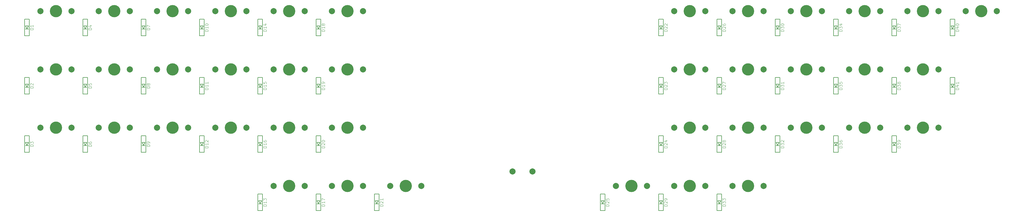
<source format=gbr>
G04 #@! TF.GenerationSoftware,KiCad,Pcbnew,7.0.10*
G04 #@! TF.CreationDate,2024-04-07T15:44:14+09:00*
G04 #@! TF.ProjectId,first_keyboard,66697273-745f-46b6-9579-626f6172642e,rev?*
G04 #@! TF.SameCoordinates,Original*
G04 #@! TF.FileFunction,Legend,Top*
G04 #@! TF.FilePolarity,Positive*
%FSLAX46Y46*%
G04 Gerber Fmt 4.6, Leading zero omitted, Abs format (unit mm)*
G04 Created by KiCad (PCBNEW 7.0.10) date 2024-04-07 15:44:14*
%MOMM*%
%LPD*%
G01*
G04 APERTURE LIST*
%ADD10C,0.125000*%
%ADD11C,0.150000*%
%ADD12C,2.000000*%
%ADD13C,4.000000*%
G04 APERTURE END LIST*
D10*
X254324919Y-160526685D02*
X253324919Y-160526685D01*
X253324919Y-160526685D02*
X253324919Y-160288590D01*
X253324919Y-160288590D02*
X253372538Y-160145733D01*
X253372538Y-160145733D02*
X253467776Y-160050495D01*
X253467776Y-160050495D02*
X253563014Y-160002876D01*
X253563014Y-160002876D02*
X253753490Y-159955257D01*
X253753490Y-159955257D02*
X253896347Y-159955257D01*
X253896347Y-159955257D02*
X254086823Y-160002876D01*
X254086823Y-160002876D02*
X254182061Y-160050495D01*
X254182061Y-160050495D02*
X254277300Y-160145733D01*
X254277300Y-160145733D02*
X254324919Y-160288590D01*
X254324919Y-160288590D02*
X254324919Y-160526685D01*
X253420157Y-159574304D02*
X253372538Y-159526685D01*
X253372538Y-159526685D02*
X253324919Y-159431447D01*
X253324919Y-159431447D02*
X253324919Y-159193352D01*
X253324919Y-159193352D02*
X253372538Y-159098114D01*
X253372538Y-159098114D02*
X253420157Y-159050495D01*
X253420157Y-159050495D02*
X253515395Y-159002876D01*
X253515395Y-159002876D02*
X253610633Y-159002876D01*
X253610633Y-159002876D02*
X253753490Y-159050495D01*
X253753490Y-159050495D02*
X254324919Y-159621923D01*
X254324919Y-159621923D02*
X254324919Y-159002876D01*
X253658252Y-158145733D02*
X254324919Y-158145733D01*
X253277300Y-158383828D02*
X253991585Y-158621923D01*
X253991585Y-158621923D02*
X253991585Y-158002876D01*
X292424919Y-160526685D02*
X291424919Y-160526685D01*
X291424919Y-160526685D02*
X291424919Y-160288590D01*
X291424919Y-160288590D02*
X291472538Y-160145733D01*
X291472538Y-160145733D02*
X291567776Y-160050495D01*
X291567776Y-160050495D02*
X291663014Y-160002876D01*
X291663014Y-160002876D02*
X291853490Y-159955257D01*
X291853490Y-159955257D02*
X291996347Y-159955257D01*
X291996347Y-159955257D02*
X292186823Y-160002876D01*
X292186823Y-160002876D02*
X292282061Y-160050495D01*
X292282061Y-160050495D02*
X292377300Y-160145733D01*
X292377300Y-160145733D02*
X292424919Y-160288590D01*
X292424919Y-160288590D02*
X292424919Y-160526685D01*
X291424919Y-159621923D02*
X291424919Y-159002876D01*
X291424919Y-159002876D02*
X291805871Y-159336209D01*
X291805871Y-159336209D02*
X291805871Y-159193352D01*
X291805871Y-159193352D02*
X291853490Y-159098114D01*
X291853490Y-159098114D02*
X291901109Y-159050495D01*
X291901109Y-159050495D02*
X291996347Y-159002876D01*
X291996347Y-159002876D02*
X292234442Y-159002876D01*
X292234442Y-159002876D02*
X292329680Y-159050495D01*
X292329680Y-159050495D02*
X292377300Y-159098114D01*
X292377300Y-159098114D02*
X292424919Y-159193352D01*
X292424919Y-159193352D02*
X292424919Y-159479066D01*
X292424919Y-159479066D02*
X292377300Y-159574304D01*
X292377300Y-159574304D02*
X292329680Y-159621923D01*
X291520157Y-158621923D02*
X291472538Y-158574304D01*
X291472538Y-158574304D02*
X291424919Y-158479066D01*
X291424919Y-158479066D02*
X291424919Y-158240971D01*
X291424919Y-158240971D02*
X291472538Y-158145733D01*
X291472538Y-158145733D02*
X291520157Y-158098114D01*
X291520157Y-158098114D02*
X291615395Y-158050495D01*
X291615395Y-158050495D02*
X291710633Y-158050495D01*
X291710633Y-158050495D02*
X291853490Y-158098114D01*
X291853490Y-158098114D02*
X292424919Y-158669542D01*
X292424919Y-158669542D02*
X292424919Y-158050495D01*
X85256119Y-160050494D02*
X84256119Y-160050494D01*
X84256119Y-160050494D02*
X84256119Y-159812399D01*
X84256119Y-159812399D02*
X84303738Y-159669542D01*
X84303738Y-159669542D02*
X84398976Y-159574304D01*
X84398976Y-159574304D02*
X84494214Y-159526685D01*
X84494214Y-159526685D02*
X84684690Y-159479066D01*
X84684690Y-159479066D02*
X84827547Y-159479066D01*
X84827547Y-159479066D02*
X85018023Y-159526685D01*
X85018023Y-159526685D02*
X85113261Y-159574304D01*
X85113261Y-159574304D02*
X85208500Y-159669542D01*
X85208500Y-159669542D02*
X85256119Y-159812399D01*
X85256119Y-159812399D02*
X85256119Y-160050494D01*
X85256119Y-159002875D02*
X85256119Y-158812399D01*
X85256119Y-158812399D02*
X85208500Y-158717161D01*
X85208500Y-158717161D02*
X85160880Y-158669542D01*
X85160880Y-158669542D02*
X85018023Y-158574304D01*
X85018023Y-158574304D02*
X84827547Y-158526685D01*
X84827547Y-158526685D02*
X84446595Y-158526685D01*
X84446595Y-158526685D02*
X84351357Y-158574304D01*
X84351357Y-158574304D02*
X84303738Y-158621923D01*
X84303738Y-158621923D02*
X84256119Y-158717161D01*
X84256119Y-158717161D02*
X84256119Y-158907637D01*
X84256119Y-158907637D02*
X84303738Y-159002875D01*
X84303738Y-159002875D02*
X84351357Y-159050494D01*
X84351357Y-159050494D02*
X84446595Y-159098113D01*
X84446595Y-159098113D02*
X84684690Y-159098113D01*
X84684690Y-159098113D02*
X84779928Y-159050494D01*
X84779928Y-159050494D02*
X84827547Y-159002875D01*
X84827547Y-159002875D02*
X84875166Y-158907637D01*
X84875166Y-158907637D02*
X84875166Y-158717161D01*
X84875166Y-158717161D02*
X84827547Y-158621923D01*
X84827547Y-158621923D02*
X84779928Y-158574304D01*
X84779928Y-158574304D02*
X84684690Y-158526685D01*
X273374919Y-122426685D02*
X272374919Y-122426685D01*
X272374919Y-122426685D02*
X272374919Y-122188590D01*
X272374919Y-122188590D02*
X272422538Y-122045733D01*
X272422538Y-122045733D02*
X272517776Y-121950495D01*
X272517776Y-121950495D02*
X272613014Y-121902876D01*
X272613014Y-121902876D02*
X272803490Y-121855257D01*
X272803490Y-121855257D02*
X272946347Y-121855257D01*
X272946347Y-121855257D02*
X273136823Y-121902876D01*
X273136823Y-121902876D02*
X273232061Y-121950495D01*
X273232061Y-121950495D02*
X273327300Y-122045733D01*
X273327300Y-122045733D02*
X273374919Y-122188590D01*
X273374919Y-122188590D02*
X273374919Y-122426685D01*
X272470157Y-121474304D02*
X272422538Y-121426685D01*
X272422538Y-121426685D02*
X272374919Y-121331447D01*
X272374919Y-121331447D02*
X272374919Y-121093352D01*
X272374919Y-121093352D02*
X272422538Y-120998114D01*
X272422538Y-120998114D02*
X272470157Y-120950495D01*
X272470157Y-120950495D02*
X272565395Y-120902876D01*
X272565395Y-120902876D02*
X272660633Y-120902876D01*
X272660633Y-120902876D02*
X272803490Y-120950495D01*
X272803490Y-120950495D02*
X273374919Y-121521923D01*
X273374919Y-121521923D02*
X273374919Y-120902876D01*
X272374919Y-120045733D02*
X272374919Y-120236209D01*
X272374919Y-120236209D02*
X272422538Y-120331447D01*
X272422538Y-120331447D02*
X272470157Y-120379066D01*
X272470157Y-120379066D02*
X272613014Y-120474304D01*
X272613014Y-120474304D02*
X272803490Y-120521923D01*
X272803490Y-120521923D02*
X273184442Y-120521923D01*
X273184442Y-120521923D02*
X273279680Y-120474304D01*
X273279680Y-120474304D02*
X273327300Y-120426685D01*
X273327300Y-120426685D02*
X273374919Y-120331447D01*
X273374919Y-120331447D02*
X273374919Y-120140971D01*
X273374919Y-120140971D02*
X273327300Y-120045733D01*
X273327300Y-120045733D02*
X273279680Y-119998114D01*
X273279680Y-119998114D02*
X273184442Y-119950495D01*
X273184442Y-119950495D02*
X272946347Y-119950495D01*
X272946347Y-119950495D02*
X272851109Y-119998114D01*
X272851109Y-119998114D02*
X272803490Y-120045733D01*
X272803490Y-120045733D02*
X272755871Y-120140971D01*
X272755871Y-120140971D02*
X272755871Y-120331447D01*
X272755871Y-120331447D02*
X272803490Y-120426685D01*
X272803490Y-120426685D02*
X272851109Y-120474304D01*
X272851109Y-120474304D02*
X272946347Y-120521923D01*
X66206119Y-141000494D02*
X65206119Y-141000494D01*
X65206119Y-141000494D02*
X65206119Y-140762399D01*
X65206119Y-140762399D02*
X65253738Y-140619542D01*
X65253738Y-140619542D02*
X65348976Y-140524304D01*
X65348976Y-140524304D02*
X65444214Y-140476685D01*
X65444214Y-140476685D02*
X65634690Y-140429066D01*
X65634690Y-140429066D02*
X65777547Y-140429066D01*
X65777547Y-140429066D02*
X65968023Y-140476685D01*
X65968023Y-140476685D02*
X66063261Y-140524304D01*
X66063261Y-140524304D02*
X66158500Y-140619542D01*
X66158500Y-140619542D02*
X66206119Y-140762399D01*
X66206119Y-140762399D02*
X66206119Y-141000494D01*
X65206119Y-139524304D02*
X65206119Y-140000494D01*
X65206119Y-140000494D02*
X65682309Y-140048113D01*
X65682309Y-140048113D02*
X65634690Y-140000494D01*
X65634690Y-140000494D02*
X65587071Y-139905256D01*
X65587071Y-139905256D02*
X65587071Y-139667161D01*
X65587071Y-139667161D02*
X65634690Y-139571923D01*
X65634690Y-139571923D02*
X65682309Y-139524304D01*
X65682309Y-139524304D02*
X65777547Y-139476685D01*
X65777547Y-139476685D02*
X66015642Y-139476685D01*
X66015642Y-139476685D02*
X66110880Y-139524304D01*
X66110880Y-139524304D02*
X66158500Y-139571923D01*
X66158500Y-139571923D02*
X66206119Y-139667161D01*
X66206119Y-139667161D02*
X66206119Y-139905256D01*
X66206119Y-139905256D02*
X66158500Y-140000494D01*
X66158500Y-140000494D02*
X66110880Y-140048113D01*
X330524919Y-122426685D02*
X329524919Y-122426685D01*
X329524919Y-122426685D02*
X329524919Y-122188590D01*
X329524919Y-122188590D02*
X329572538Y-122045733D01*
X329572538Y-122045733D02*
X329667776Y-121950495D01*
X329667776Y-121950495D02*
X329763014Y-121902876D01*
X329763014Y-121902876D02*
X329953490Y-121855257D01*
X329953490Y-121855257D02*
X330096347Y-121855257D01*
X330096347Y-121855257D02*
X330286823Y-121902876D01*
X330286823Y-121902876D02*
X330382061Y-121950495D01*
X330382061Y-121950495D02*
X330477300Y-122045733D01*
X330477300Y-122045733D02*
X330524919Y-122188590D01*
X330524919Y-122188590D02*
X330524919Y-122426685D01*
X329524919Y-121521923D02*
X329524919Y-120902876D01*
X329524919Y-120902876D02*
X329905871Y-121236209D01*
X329905871Y-121236209D02*
X329905871Y-121093352D01*
X329905871Y-121093352D02*
X329953490Y-120998114D01*
X329953490Y-120998114D02*
X330001109Y-120950495D01*
X330001109Y-120950495D02*
X330096347Y-120902876D01*
X330096347Y-120902876D02*
X330334442Y-120902876D01*
X330334442Y-120902876D02*
X330429680Y-120950495D01*
X330429680Y-120950495D02*
X330477300Y-120998114D01*
X330477300Y-120998114D02*
X330524919Y-121093352D01*
X330524919Y-121093352D02*
X330524919Y-121379066D01*
X330524919Y-121379066D02*
X330477300Y-121474304D01*
X330477300Y-121474304D02*
X330429680Y-121521923D01*
X329524919Y-120569542D02*
X329524919Y-119902876D01*
X329524919Y-119902876D02*
X330524919Y-120331447D01*
X142406119Y-141476685D02*
X141406119Y-141476685D01*
X141406119Y-141476685D02*
X141406119Y-141238590D01*
X141406119Y-141238590D02*
X141453738Y-141095733D01*
X141453738Y-141095733D02*
X141548976Y-141000495D01*
X141548976Y-141000495D02*
X141644214Y-140952876D01*
X141644214Y-140952876D02*
X141834690Y-140905257D01*
X141834690Y-140905257D02*
X141977547Y-140905257D01*
X141977547Y-140905257D02*
X142168023Y-140952876D01*
X142168023Y-140952876D02*
X142263261Y-141000495D01*
X142263261Y-141000495D02*
X142358500Y-141095733D01*
X142358500Y-141095733D02*
X142406119Y-141238590D01*
X142406119Y-141238590D02*
X142406119Y-141476685D01*
X142406119Y-139952876D02*
X142406119Y-140524304D01*
X142406119Y-140238590D02*
X141406119Y-140238590D01*
X141406119Y-140238590D02*
X141548976Y-140333828D01*
X141548976Y-140333828D02*
X141644214Y-140429066D01*
X141644214Y-140429066D02*
X141691833Y-140524304D01*
X142406119Y-139476685D02*
X142406119Y-139286209D01*
X142406119Y-139286209D02*
X142358500Y-139190971D01*
X142358500Y-139190971D02*
X142310880Y-139143352D01*
X142310880Y-139143352D02*
X142168023Y-139048114D01*
X142168023Y-139048114D02*
X141977547Y-139000495D01*
X141977547Y-139000495D02*
X141596595Y-139000495D01*
X141596595Y-139000495D02*
X141501357Y-139048114D01*
X141501357Y-139048114D02*
X141453738Y-139095733D01*
X141453738Y-139095733D02*
X141406119Y-139190971D01*
X141406119Y-139190971D02*
X141406119Y-139381447D01*
X141406119Y-139381447D02*
X141453738Y-139476685D01*
X141453738Y-139476685D02*
X141501357Y-139524304D01*
X141501357Y-139524304D02*
X141596595Y-139571923D01*
X141596595Y-139571923D02*
X141834690Y-139571923D01*
X141834690Y-139571923D02*
X141929928Y-139524304D01*
X141929928Y-139524304D02*
X141977547Y-139476685D01*
X141977547Y-139476685D02*
X142025166Y-139381447D01*
X142025166Y-139381447D02*
X142025166Y-139190971D01*
X142025166Y-139190971D02*
X141977547Y-139095733D01*
X141977547Y-139095733D02*
X141929928Y-139048114D01*
X141929928Y-139048114D02*
X141834690Y-139000495D01*
X123356119Y-160526685D02*
X122356119Y-160526685D01*
X122356119Y-160526685D02*
X122356119Y-160288590D01*
X122356119Y-160288590D02*
X122403738Y-160145733D01*
X122403738Y-160145733D02*
X122498976Y-160050495D01*
X122498976Y-160050495D02*
X122594214Y-160002876D01*
X122594214Y-160002876D02*
X122784690Y-159955257D01*
X122784690Y-159955257D02*
X122927547Y-159955257D01*
X122927547Y-159955257D02*
X123118023Y-160002876D01*
X123118023Y-160002876D02*
X123213261Y-160050495D01*
X123213261Y-160050495D02*
X123308500Y-160145733D01*
X123308500Y-160145733D02*
X123356119Y-160288590D01*
X123356119Y-160288590D02*
X123356119Y-160526685D01*
X123356119Y-159002876D02*
X123356119Y-159574304D01*
X123356119Y-159288590D02*
X122356119Y-159288590D01*
X122356119Y-159288590D02*
X122498976Y-159383828D01*
X122498976Y-159383828D02*
X122594214Y-159479066D01*
X122594214Y-159479066D02*
X122641833Y-159574304D01*
X122356119Y-158145733D02*
X122356119Y-158336209D01*
X122356119Y-158336209D02*
X122403738Y-158431447D01*
X122403738Y-158431447D02*
X122451357Y-158479066D01*
X122451357Y-158479066D02*
X122594214Y-158574304D01*
X122594214Y-158574304D02*
X122784690Y-158621923D01*
X122784690Y-158621923D02*
X123165642Y-158621923D01*
X123165642Y-158621923D02*
X123260880Y-158574304D01*
X123260880Y-158574304D02*
X123308500Y-158526685D01*
X123308500Y-158526685D02*
X123356119Y-158431447D01*
X123356119Y-158431447D02*
X123356119Y-158240971D01*
X123356119Y-158240971D02*
X123308500Y-158145733D01*
X123308500Y-158145733D02*
X123260880Y-158098114D01*
X123260880Y-158098114D02*
X123165642Y-158050495D01*
X123165642Y-158050495D02*
X122927547Y-158050495D01*
X122927547Y-158050495D02*
X122832309Y-158098114D01*
X122832309Y-158098114D02*
X122784690Y-158145733D01*
X122784690Y-158145733D02*
X122737071Y-158240971D01*
X122737071Y-158240971D02*
X122737071Y-158431447D01*
X122737071Y-158431447D02*
X122784690Y-158526685D01*
X122784690Y-158526685D02*
X122832309Y-158574304D01*
X122832309Y-158574304D02*
X122927547Y-158621923D01*
X142406119Y-160526685D02*
X141406119Y-160526685D01*
X141406119Y-160526685D02*
X141406119Y-160288590D01*
X141406119Y-160288590D02*
X141453738Y-160145733D01*
X141453738Y-160145733D02*
X141548976Y-160050495D01*
X141548976Y-160050495D02*
X141644214Y-160002876D01*
X141644214Y-160002876D02*
X141834690Y-159955257D01*
X141834690Y-159955257D02*
X141977547Y-159955257D01*
X141977547Y-159955257D02*
X142168023Y-160002876D01*
X142168023Y-160002876D02*
X142263261Y-160050495D01*
X142263261Y-160050495D02*
X142358500Y-160145733D01*
X142358500Y-160145733D02*
X142406119Y-160288590D01*
X142406119Y-160288590D02*
X142406119Y-160526685D01*
X141501357Y-159574304D02*
X141453738Y-159526685D01*
X141453738Y-159526685D02*
X141406119Y-159431447D01*
X141406119Y-159431447D02*
X141406119Y-159193352D01*
X141406119Y-159193352D02*
X141453738Y-159098114D01*
X141453738Y-159098114D02*
X141501357Y-159050495D01*
X141501357Y-159050495D02*
X141596595Y-159002876D01*
X141596595Y-159002876D02*
X141691833Y-159002876D01*
X141691833Y-159002876D02*
X141834690Y-159050495D01*
X141834690Y-159050495D02*
X142406119Y-159621923D01*
X142406119Y-159621923D02*
X142406119Y-159002876D01*
X141406119Y-158383828D02*
X141406119Y-158288590D01*
X141406119Y-158288590D02*
X141453738Y-158193352D01*
X141453738Y-158193352D02*
X141501357Y-158145733D01*
X141501357Y-158145733D02*
X141596595Y-158098114D01*
X141596595Y-158098114D02*
X141787071Y-158050495D01*
X141787071Y-158050495D02*
X142025166Y-158050495D01*
X142025166Y-158050495D02*
X142215642Y-158098114D01*
X142215642Y-158098114D02*
X142310880Y-158145733D01*
X142310880Y-158145733D02*
X142358500Y-158193352D01*
X142358500Y-158193352D02*
X142406119Y-158288590D01*
X142406119Y-158288590D02*
X142406119Y-158383828D01*
X142406119Y-158383828D02*
X142358500Y-158479066D01*
X142358500Y-158479066D02*
X142310880Y-158526685D01*
X142310880Y-158526685D02*
X142215642Y-158574304D01*
X142215642Y-158574304D02*
X142025166Y-158621923D01*
X142025166Y-158621923D02*
X141787071Y-158621923D01*
X141787071Y-158621923D02*
X141596595Y-158574304D01*
X141596595Y-158574304D02*
X141501357Y-158526685D01*
X141501357Y-158526685D02*
X141453738Y-158479066D01*
X141453738Y-158479066D02*
X141406119Y-158383828D01*
X273374919Y-160526685D02*
X272374919Y-160526685D01*
X272374919Y-160526685D02*
X272374919Y-160288590D01*
X272374919Y-160288590D02*
X272422538Y-160145733D01*
X272422538Y-160145733D02*
X272517776Y-160050495D01*
X272517776Y-160050495D02*
X272613014Y-160002876D01*
X272613014Y-160002876D02*
X272803490Y-159955257D01*
X272803490Y-159955257D02*
X272946347Y-159955257D01*
X272946347Y-159955257D02*
X273136823Y-160002876D01*
X273136823Y-160002876D02*
X273232061Y-160050495D01*
X273232061Y-160050495D02*
X273327300Y-160145733D01*
X273327300Y-160145733D02*
X273374919Y-160288590D01*
X273374919Y-160288590D02*
X273374919Y-160526685D01*
X272470157Y-159574304D02*
X272422538Y-159526685D01*
X272422538Y-159526685D02*
X272374919Y-159431447D01*
X272374919Y-159431447D02*
X272374919Y-159193352D01*
X272374919Y-159193352D02*
X272422538Y-159098114D01*
X272422538Y-159098114D02*
X272470157Y-159050495D01*
X272470157Y-159050495D02*
X272565395Y-159002876D01*
X272565395Y-159002876D02*
X272660633Y-159002876D01*
X272660633Y-159002876D02*
X272803490Y-159050495D01*
X272803490Y-159050495D02*
X273374919Y-159621923D01*
X273374919Y-159621923D02*
X273374919Y-159002876D01*
X272803490Y-158431447D02*
X272755871Y-158526685D01*
X272755871Y-158526685D02*
X272708252Y-158574304D01*
X272708252Y-158574304D02*
X272613014Y-158621923D01*
X272613014Y-158621923D02*
X272565395Y-158621923D01*
X272565395Y-158621923D02*
X272470157Y-158574304D01*
X272470157Y-158574304D02*
X272422538Y-158526685D01*
X272422538Y-158526685D02*
X272374919Y-158431447D01*
X272374919Y-158431447D02*
X272374919Y-158240971D01*
X272374919Y-158240971D02*
X272422538Y-158145733D01*
X272422538Y-158145733D02*
X272470157Y-158098114D01*
X272470157Y-158098114D02*
X272565395Y-158050495D01*
X272565395Y-158050495D02*
X272613014Y-158050495D01*
X272613014Y-158050495D02*
X272708252Y-158098114D01*
X272708252Y-158098114D02*
X272755871Y-158145733D01*
X272755871Y-158145733D02*
X272803490Y-158240971D01*
X272803490Y-158240971D02*
X272803490Y-158431447D01*
X272803490Y-158431447D02*
X272851109Y-158526685D01*
X272851109Y-158526685D02*
X272898728Y-158574304D01*
X272898728Y-158574304D02*
X272993966Y-158621923D01*
X272993966Y-158621923D02*
X273184442Y-158621923D01*
X273184442Y-158621923D02*
X273279680Y-158574304D01*
X273279680Y-158574304D02*
X273327300Y-158526685D01*
X273327300Y-158526685D02*
X273374919Y-158431447D01*
X273374919Y-158431447D02*
X273374919Y-158240971D01*
X273374919Y-158240971D02*
X273327300Y-158145733D01*
X273327300Y-158145733D02*
X273279680Y-158098114D01*
X273279680Y-158098114D02*
X273184442Y-158050495D01*
X273184442Y-158050495D02*
X272993966Y-158050495D01*
X272993966Y-158050495D02*
X272898728Y-158098114D01*
X272898728Y-158098114D02*
X272851109Y-158145733D01*
X272851109Y-158145733D02*
X272803490Y-158240971D01*
X66206119Y-160050494D02*
X65206119Y-160050494D01*
X65206119Y-160050494D02*
X65206119Y-159812399D01*
X65206119Y-159812399D02*
X65253738Y-159669542D01*
X65253738Y-159669542D02*
X65348976Y-159574304D01*
X65348976Y-159574304D02*
X65444214Y-159526685D01*
X65444214Y-159526685D02*
X65634690Y-159479066D01*
X65634690Y-159479066D02*
X65777547Y-159479066D01*
X65777547Y-159479066D02*
X65968023Y-159526685D01*
X65968023Y-159526685D02*
X66063261Y-159574304D01*
X66063261Y-159574304D02*
X66158500Y-159669542D01*
X66158500Y-159669542D02*
X66206119Y-159812399D01*
X66206119Y-159812399D02*
X66206119Y-160050494D01*
X65206119Y-158621923D02*
X65206119Y-158812399D01*
X65206119Y-158812399D02*
X65253738Y-158907637D01*
X65253738Y-158907637D02*
X65301357Y-158955256D01*
X65301357Y-158955256D02*
X65444214Y-159050494D01*
X65444214Y-159050494D02*
X65634690Y-159098113D01*
X65634690Y-159098113D02*
X66015642Y-159098113D01*
X66015642Y-159098113D02*
X66110880Y-159050494D01*
X66110880Y-159050494D02*
X66158500Y-159002875D01*
X66158500Y-159002875D02*
X66206119Y-158907637D01*
X66206119Y-158907637D02*
X66206119Y-158717161D01*
X66206119Y-158717161D02*
X66158500Y-158621923D01*
X66158500Y-158621923D02*
X66110880Y-158574304D01*
X66110880Y-158574304D02*
X66015642Y-158526685D01*
X66015642Y-158526685D02*
X65777547Y-158526685D01*
X65777547Y-158526685D02*
X65682309Y-158574304D01*
X65682309Y-158574304D02*
X65634690Y-158621923D01*
X65634690Y-158621923D02*
X65587071Y-158717161D01*
X65587071Y-158717161D02*
X65587071Y-158907637D01*
X65587071Y-158907637D02*
X65634690Y-159002875D01*
X65634690Y-159002875D02*
X65682309Y-159050494D01*
X65682309Y-159050494D02*
X65777547Y-159098113D01*
X123356119Y-179576685D02*
X122356119Y-179576685D01*
X122356119Y-179576685D02*
X122356119Y-179338590D01*
X122356119Y-179338590D02*
X122403738Y-179195733D01*
X122403738Y-179195733D02*
X122498976Y-179100495D01*
X122498976Y-179100495D02*
X122594214Y-179052876D01*
X122594214Y-179052876D02*
X122784690Y-179005257D01*
X122784690Y-179005257D02*
X122927547Y-179005257D01*
X122927547Y-179005257D02*
X123118023Y-179052876D01*
X123118023Y-179052876D02*
X123213261Y-179100495D01*
X123213261Y-179100495D02*
X123308500Y-179195733D01*
X123308500Y-179195733D02*
X123356119Y-179338590D01*
X123356119Y-179338590D02*
X123356119Y-179576685D01*
X123356119Y-178052876D02*
X123356119Y-178624304D01*
X123356119Y-178338590D02*
X122356119Y-178338590D01*
X122356119Y-178338590D02*
X122498976Y-178433828D01*
X122498976Y-178433828D02*
X122594214Y-178529066D01*
X122594214Y-178529066D02*
X122641833Y-178624304D01*
X122356119Y-177719542D02*
X122356119Y-177100495D01*
X122356119Y-177100495D02*
X122737071Y-177433828D01*
X122737071Y-177433828D02*
X122737071Y-177290971D01*
X122737071Y-177290971D02*
X122784690Y-177195733D01*
X122784690Y-177195733D02*
X122832309Y-177148114D01*
X122832309Y-177148114D02*
X122927547Y-177100495D01*
X122927547Y-177100495D02*
X123165642Y-177100495D01*
X123165642Y-177100495D02*
X123260880Y-177148114D01*
X123260880Y-177148114D02*
X123308500Y-177195733D01*
X123308500Y-177195733D02*
X123356119Y-177290971D01*
X123356119Y-177290971D02*
X123356119Y-177576685D01*
X123356119Y-177576685D02*
X123308500Y-177671923D01*
X123308500Y-177671923D02*
X123260880Y-177719542D01*
X142406119Y-179576685D02*
X141406119Y-179576685D01*
X141406119Y-179576685D02*
X141406119Y-179338590D01*
X141406119Y-179338590D02*
X141453738Y-179195733D01*
X141453738Y-179195733D02*
X141548976Y-179100495D01*
X141548976Y-179100495D02*
X141644214Y-179052876D01*
X141644214Y-179052876D02*
X141834690Y-179005257D01*
X141834690Y-179005257D02*
X141977547Y-179005257D01*
X141977547Y-179005257D02*
X142168023Y-179052876D01*
X142168023Y-179052876D02*
X142263261Y-179100495D01*
X142263261Y-179100495D02*
X142358500Y-179195733D01*
X142358500Y-179195733D02*
X142406119Y-179338590D01*
X142406119Y-179338590D02*
X142406119Y-179576685D01*
X142406119Y-178052876D02*
X142406119Y-178624304D01*
X142406119Y-178338590D02*
X141406119Y-178338590D01*
X141406119Y-178338590D02*
X141548976Y-178433828D01*
X141548976Y-178433828D02*
X141644214Y-178529066D01*
X141644214Y-178529066D02*
X141691833Y-178624304D01*
X141406119Y-177719542D02*
X141406119Y-177052876D01*
X141406119Y-177052876D02*
X142406119Y-177481447D01*
X85256119Y-141000494D02*
X84256119Y-141000494D01*
X84256119Y-141000494D02*
X84256119Y-140762399D01*
X84256119Y-140762399D02*
X84303738Y-140619542D01*
X84303738Y-140619542D02*
X84398976Y-140524304D01*
X84398976Y-140524304D02*
X84494214Y-140476685D01*
X84494214Y-140476685D02*
X84684690Y-140429066D01*
X84684690Y-140429066D02*
X84827547Y-140429066D01*
X84827547Y-140429066D02*
X85018023Y-140476685D01*
X85018023Y-140476685D02*
X85113261Y-140524304D01*
X85113261Y-140524304D02*
X85208500Y-140619542D01*
X85208500Y-140619542D02*
X85256119Y-140762399D01*
X85256119Y-140762399D02*
X85256119Y-141000494D01*
X84684690Y-139857637D02*
X84637071Y-139952875D01*
X84637071Y-139952875D02*
X84589452Y-140000494D01*
X84589452Y-140000494D02*
X84494214Y-140048113D01*
X84494214Y-140048113D02*
X84446595Y-140048113D01*
X84446595Y-140048113D02*
X84351357Y-140000494D01*
X84351357Y-140000494D02*
X84303738Y-139952875D01*
X84303738Y-139952875D02*
X84256119Y-139857637D01*
X84256119Y-139857637D02*
X84256119Y-139667161D01*
X84256119Y-139667161D02*
X84303738Y-139571923D01*
X84303738Y-139571923D02*
X84351357Y-139524304D01*
X84351357Y-139524304D02*
X84446595Y-139476685D01*
X84446595Y-139476685D02*
X84494214Y-139476685D01*
X84494214Y-139476685D02*
X84589452Y-139524304D01*
X84589452Y-139524304D02*
X84637071Y-139571923D01*
X84637071Y-139571923D02*
X84684690Y-139667161D01*
X84684690Y-139667161D02*
X84684690Y-139857637D01*
X84684690Y-139857637D02*
X84732309Y-139952875D01*
X84732309Y-139952875D02*
X84779928Y-140000494D01*
X84779928Y-140000494D02*
X84875166Y-140048113D01*
X84875166Y-140048113D02*
X85065642Y-140048113D01*
X85065642Y-140048113D02*
X85160880Y-140000494D01*
X85160880Y-140000494D02*
X85208500Y-139952875D01*
X85208500Y-139952875D02*
X85256119Y-139857637D01*
X85256119Y-139857637D02*
X85256119Y-139667161D01*
X85256119Y-139667161D02*
X85208500Y-139571923D01*
X85208500Y-139571923D02*
X85160880Y-139524304D01*
X85160880Y-139524304D02*
X85065642Y-139476685D01*
X85065642Y-139476685D02*
X84875166Y-139476685D01*
X84875166Y-139476685D02*
X84779928Y-139524304D01*
X84779928Y-139524304D02*
X84732309Y-139571923D01*
X84732309Y-139571923D02*
X84684690Y-139667161D01*
X311474919Y-160526685D02*
X310474919Y-160526685D01*
X310474919Y-160526685D02*
X310474919Y-160288590D01*
X310474919Y-160288590D02*
X310522538Y-160145733D01*
X310522538Y-160145733D02*
X310617776Y-160050495D01*
X310617776Y-160050495D02*
X310713014Y-160002876D01*
X310713014Y-160002876D02*
X310903490Y-159955257D01*
X310903490Y-159955257D02*
X311046347Y-159955257D01*
X311046347Y-159955257D02*
X311236823Y-160002876D01*
X311236823Y-160002876D02*
X311332061Y-160050495D01*
X311332061Y-160050495D02*
X311427300Y-160145733D01*
X311427300Y-160145733D02*
X311474919Y-160288590D01*
X311474919Y-160288590D02*
X311474919Y-160526685D01*
X310474919Y-159621923D02*
X310474919Y-159002876D01*
X310474919Y-159002876D02*
X310855871Y-159336209D01*
X310855871Y-159336209D02*
X310855871Y-159193352D01*
X310855871Y-159193352D02*
X310903490Y-159098114D01*
X310903490Y-159098114D02*
X310951109Y-159050495D01*
X310951109Y-159050495D02*
X311046347Y-159002876D01*
X311046347Y-159002876D02*
X311284442Y-159002876D01*
X311284442Y-159002876D02*
X311379680Y-159050495D01*
X311379680Y-159050495D02*
X311427300Y-159098114D01*
X311427300Y-159098114D02*
X311474919Y-159193352D01*
X311474919Y-159193352D02*
X311474919Y-159479066D01*
X311474919Y-159479066D02*
X311427300Y-159574304D01*
X311427300Y-159574304D02*
X311379680Y-159621923D01*
X310474919Y-158145733D02*
X310474919Y-158336209D01*
X310474919Y-158336209D02*
X310522538Y-158431447D01*
X310522538Y-158431447D02*
X310570157Y-158479066D01*
X310570157Y-158479066D02*
X310713014Y-158574304D01*
X310713014Y-158574304D02*
X310903490Y-158621923D01*
X310903490Y-158621923D02*
X311284442Y-158621923D01*
X311284442Y-158621923D02*
X311379680Y-158574304D01*
X311379680Y-158574304D02*
X311427300Y-158526685D01*
X311427300Y-158526685D02*
X311474919Y-158431447D01*
X311474919Y-158431447D02*
X311474919Y-158240971D01*
X311474919Y-158240971D02*
X311427300Y-158145733D01*
X311427300Y-158145733D02*
X311379680Y-158098114D01*
X311379680Y-158098114D02*
X311284442Y-158050495D01*
X311284442Y-158050495D02*
X311046347Y-158050495D01*
X311046347Y-158050495D02*
X310951109Y-158098114D01*
X310951109Y-158098114D02*
X310903490Y-158145733D01*
X310903490Y-158145733D02*
X310855871Y-158240971D01*
X310855871Y-158240971D02*
X310855871Y-158431447D01*
X310855871Y-158431447D02*
X310903490Y-158526685D01*
X310903490Y-158526685D02*
X310951109Y-158574304D01*
X310951109Y-158574304D02*
X311046347Y-158621923D01*
X273374919Y-141476685D02*
X272374919Y-141476685D01*
X272374919Y-141476685D02*
X272374919Y-141238590D01*
X272374919Y-141238590D02*
X272422538Y-141095733D01*
X272422538Y-141095733D02*
X272517776Y-141000495D01*
X272517776Y-141000495D02*
X272613014Y-140952876D01*
X272613014Y-140952876D02*
X272803490Y-140905257D01*
X272803490Y-140905257D02*
X272946347Y-140905257D01*
X272946347Y-140905257D02*
X273136823Y-140952876D01*
X273136823Y-140952876D02*
X273232061Y-141000495D01*
X273232061Y-141000495D02*
X273327300Y-141095733D01*
X273327300Y-141095733D02*
X273374919Y-141238590D01*
X273374919Y-141238590D02*
X273374919Y-141476685D01*
X272470157Y-140524304D02*
X272422538Y-140476685D01*
X272422538Y-140476685D02*
X272374919Y-140381447D01*
X272374919Y-140381447D02*
X272374919Y-140143352D01*
X272374919Y-140143352D02*
X272422538Y-140048114D01*
X272422538Y-140048114D02*
X272470157Y-140000495D01*
X272470157Y-140000495D02*
X272565395Y-139952876D01*
X272565395Y-139952876D02*
X272660633Y-139952876D01*
X272660633Y-139952876D02*
X272803490Y-140000495D01*
X272803490Y-140000495D02*
X273374919Y-140571923D01*
X273374919Y-140571923D02*
X273374919Y-139952876D01*
X272374919Y-139619542D02*
X272374919Y-138952876D01*
X272374919Y-138952876D02*
X273374919Y-139381447D01*
X47156119Y-141000494D02*
X46156119Y-141000494D01*
X46156119Y-141000494D02*
X46156119Y-140762399D01*
X46156119Y-140762399D02*
X46203738Y-140619542D01*
X46203738Y-140619542D02*
X46298976Y-140524304D01*
X46298976Y-140524304D02*
X46394214Y-140476685D01*
X46394214Y-140476685D02*
X46584690Y-140429066D01*
X46584690Y-140429066D02*
X46727547Y-140429066D01*
X46727547Y-140429066D02*
X46918023Y-140476685D01*
X46918023Y-140476685D02*
X47013261Y-140524304D01*
X47013261Y-140524304D02*
X47108500Y-140619542D01*
X47108500Y-140619542D02*
X47156119Y-140762399D01*
X47156119Y-140762399D02*
X47156119Y-141000494D01*
X46251357Y-140048113D02*
X46203738Y-140000494D01*
X46203738Y-140000494D02*
X46156119Y-139905256D01*
X46156119Y-139905256D02*
X46156119Y-139667161D01*
X46156119Y-139667161D02*
X46203738Y-139571923D01*
X46203738Y-139571923D02*
X46251357Y-139524304D01*
X46251357Y-139524304D02*
X46346595Y-139476685D01*
X46346595Y-139476685D02*
X46441833Y-139476685D01*
X46441833Y-139476685D02*
X46584690Y-139524304D01*
X46584690Y-139524304D02*
X47156119Y-140095732D01*
X47156119Y-140095732D02*
X47156119Y-139476685D01*
X123356119Y-122426685D02*
X122356119Y-122426685D01*
X122356119Y-122426685D02*
X122356119Y-122188590D01*
X122356119Y-122188590D02*
X122403738Y-122045733D01*
X122403738Y-122045733D02*
X122498976Y-121950495D01*
X122498976Y-121950495D02*
X122594214Y-121902876D01*
X122594214Y-121902876D02*
X122784690Y-121855257D01*
X122784690Y-121855257D02*
X122927547Y-121855257D01*
X122927547Y-121855257D02*
X123118023Y-121902876D01*
X123118023Y-121902876D02*
X123213261Y-121950495D01*
X123213261Y-121950495D02*
X123308500Y-122045733D01*
X123308500Y-122045733D02*
X123356119Y-122188590D01*
X123356119Y-122188590D02*
X123356119Y-122426685D01*
X123356119Y-120902876D02*
X123356119Y-121474304D01*
X123356119Y-121188590D02*
X122356119Y-121188590D01*
X122356119Y-121188590D02*
X122498976Y-121283828D01*
X122498976Y-121283828D02*
X122594214Y-121379066D01*
X122594214Y-121379066D02*
X122641833Y-121474304D01*
X122689452Y-120045733D02*
X123356119Y-120045733D01*
X122308500Y-120283828D02*
X123022785Y-120521923D01*
X123022785Y-120521923D02*
X123022785Y-119902876D01*
X254324919Y-179576685D02*
X253324919Y-179576685D01*
X253324919Y-179576685D02*
X253324919Y-179338590D01*
X253324919Y-179338590D02*
X253372538Y-179195733D01*
X253372538Y-179195733D02*
X253467776Y-179100495D01*
X253467776Y-179100495D02*
X253563014Y-179052876D01*
X253563014Y-179052876D02*
X253753490Y-179005257D01*
X253753490Y-179005257D02*
X253896347Y-179005257D01*
X253896347Y-179005257D02*
X254086823Y-179052876D01*
X254086823Y-179052876D02*
X254182061Y-179100495D01*
X254182061Y-179100495D02*
X254277300Y-179195733D01*
X254277300Y-179195733D02*
X254324919Y-179338590D01*
X254324919Y-179338590D02*
X254324919Y-179576685D01*
X253420157Y-178624304D02*
X253372538Y-178576685D01*
X253372538Y-178576685D02*
X253324919Y-178481447D01*
X253324919Y-178481447D02*
X253324919Y-178243352D01*
X253324919Y-178243352D02*
X253372538Y-178148114D01*
X253372538Y-178148114D02*
X253420157Y-178100495D01*
X253420157Y-178100495D02*
X253515395Y-178052876D01*
X253515395Y-178052876D02*
X253610633Y-178052876D01*
X253610633Y-178052876D02*
X253753490Y-178100495D01*
X253753490Y-178100495D02*
X254324919Y-178671923D01*
X254324919Y-178671923D02*
X254324919Y-178052876D01*
X254324919Y-177576685D02*
X254324919Y-177386209D01*
X254324919Y-177386209D02*
X254277300Y-177290971D01*
X254277300Y-177290971D02*
X254229680Y-177243352D01*
X254229680Y-177243352D02*
X254086823Y-177148114D01*
X254086823Y-177148114D02*
X253896347Y-177100495D01*
X253896347Y-177100495D02*
X253515395Y-177100495D01*
X253515395Y-177100495D02*
X253420157Y-177148114D01*
X253420157Y-177148114D02*
X253372538Y-177195733D01*
X253372538Y-177195733D02*
X253324919Y-177290971D01*
X253324919Y-177290971D02*
X253324919Y-177481447D01*
X253324919Y-177481447D02*
X253372538Y-177576685D01*
X253372538Y-177576685D02*
X253420157Y-177624304D01*
X253420157Y-177624304D02*
X253515395Y-177671923D01*
X253515395Y-177671923D02*
X253753490Y-177671923D01*
X253753490Y-177671923D02*
X253848728Y-177624304D01*
X253848728Y-177624304D02*
X253896347Y-177576685D01*
X253896347Y-177576685D02*
X253943966Y-177481447D01*
X253943966Y-177481447D02*
X253943966Y-177290971D01*
X253943966Y-177290971D02*
X253896347Y-177195733D01*
X253896347Y-177195733D02*
X253848728Y-177148114D01*
X253848728Y-177148114D02*
X253753490Y-177100495D01*
X292424919Y-141476685D02*
X291424919Y-141476685D01*
X291424919Y-141476685D02*
X291424919Y-141238590D01*
X291424919Y-141238590D02*
X291472538Y-141095733D01*
X291472538Y-141095733D02*
X291567776Y-141000495D01*
X291567776Y-141000495D02*
X291663014Y-140952876D01*
X291663014Y-140952876D02*
X291853490Y-140905257D01*
X291853490Y-140905257D02*
X291996347Y-140905257D01*
X291996347Y-140905257D02*
X292186823Y-140952876D01*
X292186823Y-140952876D02*
X292282061Y-141000495D01*
X292282061Y-141000495D02*
X292377300Y-141095733D01*
X292377300Y-141095733D02*
X292424919Y-141238590D01*
X292424919Y-141238590D02*
X292424919Y-141476685D01*
X291424919Y-140571923D02*
X291424919Y-139952876D01*
X291424919Y-139952876D02*
X291805871Y-140286209D01*
X291805871Y-140286209D02*
X291805871Y-140143352D01*
X291805871Y-140143352D02*
X291853490Y-140048114D01*
X291853490Y-140048114D02*
X291901109Y-140000495D01*
X291901109Y-140000495D02*
X291996347Y-139952876D01*
X291996347Y-139952876D02*
X292234442Y-139952876D01*
X292234442Y-139952876D02*
X292329680Y-140000495D01*
X292329680Y-140000495D02*
X292377300Y-140048114D01*
X292377300Y-140048114D02*
X292424919Y-140143352D01*
X292424919Y-140143352D02*
X292424919Y-140429066D01*
X292424919Y-140429066D02*
X292377300Y-140524304D01*
X292377300Y-140524304D02*
X292329680Y-140571923D01*
X292424919Y-139000495D02*
X292424919Y-139571923D01*
X292424919Y-139286209D02*
X291424919Y-139286209D01*
X291424919Y-139286209D02*
X291567776Y-139381447D01*
X291567776Y-139381447D02*
X291663014Y-139476685D01*
X291663014Y-139476685D02*
X291710633Y-139571923D01*
X254324919Y-141476685D02*
X253324919Y-141476685D01*
X253324919Y-141476685D02*
X253324919Y-141238590D01*
X253324919Y-141238590D02*
X253372538Y-141095733D01*
X253372538Y-141095733D02*
X253467776Y-141000495D01*
X253467776Y-141000495D02*
X253563014Y-140952876D01*
X253563014Y-140952876D02*
X253753490Y-140905257D01*
X253753490Y-140905257D02*
X253896347Y-140905257D01*
X253896347Y-140905257D02*
X254086823Y-140952876D01*
X254086823Y-140952876D02*
X254182061Y-141000495D01*
X254182061Y-141000495D02*
X254277300Y-141095733D01*
X254277300Y-141095733D02*
X254324919Y-141238590D01*
X254324919Y-141238590D02*
X254324919Y-141476685D01*
X253420157Y-140524304D02*
X253372538Y-140476685D01*
X253372538Y-140476685D02*
X253324919Y-140381447D01*
X253324919Y-140381447D02*
X253324919Y-140143352D01*
X253324919Y-140143352D02*
X253372538Y-140048114D01*
X253372538Y-140048114D02*
X253420157Y-140000495D01*
X253420157Y-140000495D02*
X253515395Y-139952876D01*
X253515395Y-139952876D02*
X253610633Y-139952876D01*
X253610633Y-139952876D02*
X253753490Y-140000495D01*
X253753490Y-140000495D02*
X254324919Y-140571923D01*
X254324919Y-140571923D02*
X254324919Y-139952876D01*
X253324919Y-139619542D02*
X253324919Y-139000495D01*
X253324919Y-139000495D02*
X253705871Y-139333828D01*
X253705871Y-139333828D02*
X253705871Y-139190971D01*
X253705871Y-139190971D02*
X253753490Y-139095733D01*
X253753490Y-139095733D02*
X253801109Y-139048114D01*
X253801109Y-139048114D02*
X253896347Y-139000495D01*
X253896347Y-139000495D02*
X254134442Y-139000495D01*
X254134442Y-139000495D02*
X254229680Y-139048114D01*
X254229680Y-139048114D02*
X254277300Y-139095733D01*
X254277300Y-139095733D02*
X254324919Y-139190971D01*
X254324919Y-139190971D02*
X254324919Y-139476685D01*
X254324919Y-139476685D02*
X254277300Y-139571923D01*
X254277300Y-139571923D02*
X254229680Y-139619542D01*
X330524919Y-160526685D02*
X329524919Y-160526685D01*
X329524919Y-160526685D02*
X329524919Y-160288590D01*
X329524919Y-160288590D02*
X329572538Y-160145733D01*
X329572538Y-160145733D02*
X329667776Y-160050495D01*
X329667776Y-160050495D02*
X329763014Y-160002876D01*
X329763014Y-160002876D02*
X329953490Y-159955257D01*
X329953490Y-159955257D02*
X330096347Y-159955257D01*
X330096347Y-159955257D02*
X330286823Y-160002876D01*
X330286823Y-160002876D02*
X330382061Y-160050495D01*
X330382061Y-160050495D02*
X330477300Y-160145733D01*
X330477300Y-160145733D02*
X330524919Y-160288590D01*
X330524919Y-160288590D02*
X330524919Y-160526685D01*
X329524919Y-159621923D02*
X329524919Y-159002876D01*
X329524919Y-159002876D02*
X329905871Y-159336209D01*
X329905871Y-159336209D02*
X329905871Y-159193352D01*
X329905871Y-159193352D02*
X329953490Y-159098114D01*
X329953490Y-159098114D02*
X330001109Y-159050495D01*
X330001109Y-159050495D02*
X330096347Y-159002876D01*
X330096347Y-159002876D02*
X330334442Y-159002876D01*
X330334442Y-159002876D02*
X330429680Y-159050495D01*
X330429680Y-159050495D02*
X330477300Y-159098114D01*
X330477300Y-159098114D02*
X330524919Y-159193352D01*
X330524919Y-159193352D02*
X330524919Y-159479066D01*
X330524919Y-159479066D02*
X330477300Y-159574304D01*
X330477300Y-159574304D02*
X330429680Y-159621923D01*
X330524919Y-158526685D02*
X330524919Y-158336209D01*
X330524919Y-158336209D02*
X330477300Y-158240971D01*
X330477300Y-158240971D02*
X330429680Y-158193352D01*
X330429680Y-158193352D02*
X330286823Y-158098114D01*
X330286823Y-158098114D02*
X330096347Y-158050495D01*
X330096347Y-158050495D02*
X329715395Y-158050495D01*
X329715395Y-158050495D02*
X329620157Y-158098114D01*
X329620157Y-158098114D02*
X329572538Y-158145733D01*
X329572538Y-158145733D02*
X329524919Y-158240971D01*
X329524919Y-158240971D02*
X329524919Y-158431447D01*
X329524919Y-158431447D02*
X329572538Y-158526685D01*
X329572538Y-158526685D02*
X329620157Y-158574304D01*
X329620157Y-158574304D02*
X329715395Y-158621923D01*
X329715395Y-158621923D02*
X329953490Y-158621923D01*
X329953490Y-158621923D02*
X330048728Y-158574304D01*
X330048728Y-158574304D02*
X330096347Y-158526685D01*
X330096347Y-158526685D02*
X330143966Y-158431447D01*
X330143966Y-158431447D02*
X330143966Y-158240971D01*
X330143966Y-158240971D02*
X330096347Y-158145733D01*
X330096347Y-158145733D02*
X330048728Y-158098114D01*
X330048728Y-158098114D02*
X329953490Y-158050495D01*
X104306119Y-141476685D02*
X103306119Y-141476685D01*
X103306119Y-141476685D02*
X103306119Y-141238590D01*
X103306119Y-141238590D02*
X103353738Y-141095733D01*
X103353738Y-141095733D02*
X103448976Y-141000495D01*
X103448976Y-141000495D02*
X103544214Y-140952876D01*
X103544214Y-140952876D02*
X103734690Y-140905257D01*
X103734690Y-140905257D02*
X103877547Y-140905257D01*
X103877547Y-140905257D02*
X104068023Y-140952876D01*
X104068023Y-140952876D02*
X104163261Y-141000495D01*
X104163261Y-141000495D02*
X104258500Y-141095733D01*
X104258500Y-141095733D02*
X104306119Y-141238590D01*
X104306119Y-141238590D02*
X104306119Y-141476685D01*
X104306119Y-139952876D02*
X104306119Y-140524304D01*
X104306119Y-140238590D02*
X103306119Y-140238590D01*
X103306119Y-140238590D02*
X103448976Y-140333828D01*
X103448976Y-140333828D02*
X103544214Y-140429066D01*
X103544214Y-140429066D02*
X103591833Y-140524304D01*
X104306119Y-139000495D02*
X104306119Y-139571923D01*
X104306119Y-139286209D02*
X103306119Y-139286209D01*
X103306119Y-139286209D02*
X103448976Y-139381447D01*
X103448976Y-139381447D02*
X103544214Y-139476685D01*
X103544214Y-139476685D02*
X103591833Y-139571923D01*
X47156119Y-121950494D02*
X46156119Y-121950494D01*
X46156119Y-121950494D02*
X46156119Y-121712399D01*
X46156119Y-121712399D02*
X46203738Y-121569542D01*
X46203738Y-121569542D02*
X46298976Y-121474304D01*
X46298976Y-121474304D02*
X46394214Y-121426685D01*
X46394214Y-121426685D02*
X46584690Y-121379066D01*
X46584690Y-121379066D02*
X46727547Y-121379066D01*
X46727547Y-121379066D02*
X46918023Y-121426685D01*
X46918023Y-121426685D02*
X47013261Y-121474304D01*
X47013261Y-121474304D02*
X47108500Y-121569542D01*
X47108500Y-121569542D02*
X47156119Y-121712399D01*
X47156119Y-121712399D02*
X47156119Y-121950494D01*
X47156119Y-120426685D02*
X47156119Y-120998113D01*
X47156119Y-120712399D02*
X46156119Y-120712399D01*
X46156119Y-120712399D02*
X46298976Y-120807637D01*
X46298976Y-120807637D02*
X46394214Y-120902875D01*
X46394214Y-120902875D02*
X46441833Y-120998113D01*
X142406119Y-122426685D02*
X141406119Y-122426685D01*
X141406119Y-122426685D02*
X141406119Y-122188590D01*
X141406119Y-122188590D02*
X141453738Y-122045733D01*
X141453738Y-122045733D02*
X141548976Y-121950495D01*
X141548976Y-121950495D02*
X141644214Y-121902876D01*
X141644214Y-121902876D02*
X141834690Y-121855257D01*
X141834690Y-121855257D02*
X141977547Y-121855257D01*
X141977547Y-121855257D02*
X142168023Y-121902876D01*
X142168023Y-121902876D02*
X142263261Y-121950495D01*
X142263261Y-121950495D02*
X142358500Y-122045733D01*
X142358500Y-122045733D02*
X142406119Y-122188590D01*
X142406119Y-122188590D02*
X142406119Y-122426685D01*
X142406119Y-120902876D02*
X142406119Y-121474304D01*
X142406119Y-121188590D02*
X141406119Y-121188590D01*
X141406119Y-121188590D02*
X141548976Y-121283828D01*
X141548976Y-121283828D02*
X141644214Y-121379066D01*
X141644214Y-121379066D02*
X141691833Y-121474304D01*
X141834690Y-120331447D02*
X141787071Y-120426685D01*
X141787071Y-120426685D02*
X141739452Y-120474304D01*
X141739452Y-120474304D02*
X141644214Y-120521923D01*
X141644214Y-120521923D02*
X141596595Y-120521923D01*
X141596595Y-120521923D02*
X141501357Y-120474304D01*
X141501357Y-120474304D02*
X141453738Y-120426685D01*
X141453738Y-120426685D02*
X141406119Y-120331447D01*
X141406119Y-120331447D02*
X141406119Y-120140971D01*
X141406119Y-120140971D02*
X141453738Y-120045733D01*
X141453738Y-120045733D02*
X141501357Y-119998114D01*
X141501357Y-119998114D02*
X141596595Y-119950495D01*
X141596595Y-119950495D02*
X141644214Y-119950495D01*
X141644214Y-119950495D02*
X141739452Y-119998114D01*
X141739452Y-119998114D02*
X141787071Y-120045733D01*
X141787071Y-120045733D02*
X141834690Y-120140971D01*
X141834690Y-120140971D02*
X141834690Y-120331447D01*
X141834690Y-120331447D02*
X141882309Y-120426685D01*
X141882309Y-120426685D02*
X141929928Y-120474304D01*
X141929928Y-120474304D02*
X142025166Y-120521923D01*
X142025166Y-120521923D02*
X142215642Y-120521923D01*
X142215642Y-120521923D02*
X142310880Y-120474304D01*
X142310880Y-120474304D02*
X142358500Y-120426685D01*
X142358500Y-120426685D02*
X142406119Y-120331447D01*
X142406119Y-120331447D02*
X142406119Y-120140971D01*
X142406119Y-120140971D02*
X142358500Y-120045733D01*
X142358500Y-120045733D02*
X142310880Y-119998114D01*
X142310880Y-119998114D02*
X142215642Y-119950495D01*
X142215642Y-119950495D02*
X142025166Y-119950495D01*
X142025166Y-119950495D02*
X141929928Y-119998114D01*
X141929928Y-119998114D02*
X141882309Y-120045733D01*
X141882309Y-120045733D02*
X141834690Y-120140971D01*
X349574919Y-141476685D02*
X348574919Y-141476685D01*
X348574919Y-141476685D02*
X348574919Y-141238590D01*
X348574919Y-141238590D02*
X348622538Y-141095733D01*
X348622538Y-141095733D02*
X348717776Y-141000495D01*
X348717776Y-141000495D02*
X348813014Y-140952876D01*
X348813014Y-140952876D02*
X349003490Y-140905257D01*
X349003490Y-140905257D02*
X349146347Y-140905257D01*
X349146347Y-140905257D02*
X349336823Y-140952876D01*
X349336823Y-140952876D02*
X349432061Y-141000495D01*
X349432061Y-141000495D02*
X349527300Y-141095733D01*
X349527300Y-141095733D02*
X349574919Y-141238590D01*
X349574919Y-141238590D02*
X349574919Y-141476685D01*
X348908252Y-140048114D02*
X349574919Y-140048114D01*
X348527300Y-140286209D02*
X349241585Y-140524304D01*
X349241585Y-140524304D02*
X349241585Y-139905257D01*
X349574919Y-139000495D02*
X349574919Y-139571923D01*
X349574919Y-139286209D02*
X348574919Y-139286209D01*
X348574919Y-139286209D02*
X348717776Y-139381447D01*
X348717776Y-139381447D02*
X348813014Y-139476685D01*
X348813014Y-139476685D02*
X348860633Y-139571923D01*
X273374919Y-179576685D02*
X272374919Y-179576685D01*
X272374919Y-179576685D02*
X272374919Y-179338590D01*
X272374919Y-179338590D02*
X272422538Y-179195733D01*
X272422538Y-179195733D02*
X272517776Y-179100495D01*
X272517776Y-179100495D02*
X272613014Y-179052876D01*
X272613014Y-179052876D02*
X272803490Y-179005257D01*
X272803490Y-179005257D02*
X272946347Y-179005257D01*
X272946347Y-179005257D02*
X273136823Y-179052876D01*
X273136823Y-179052876D02*
X273232061Y-179100495D01*
X273232061Y-179100495D02*
X273327300Y-179195733D01*
X273327300Y-179195733D02*
X273374919Y-179338590D01*
X273374919Y-179338590D02*
X273374919Y-179576685D01*
X272374919Y-178671923D02*
X272374919Y-178052876D01*
X272374919Y-178052876D02*
X272755871Y-178386209D01*
X272755871Y-178386209D02*
X272755871Y-178243352D01*
X272755871Y-178243352D02*
X272803490Y-178148114D01*
X272803490Y-178148114D02*
X272851109Y-178100495D01*
X272851109Y-178100495D02*
X272946347Y-178052876D01*
X272946347Y-178052876D02*
X273184442Y-178052876D01*
X273184442Y-178052876D02*
X273279680Y-178100495D01*
X273279680Y-178100495D02*
X273327300Y-178148114D01*
X273327300Y-178148114D02*
X273374919Y-178243352D01*
X273374919Y-178243352D02*
X273374919Y-178529066D01*
X273374919Y-178529066D02*
X273327300Y-178624304D01*
X273327300Y-178624304D02*
X273279680Y-178671923D01*
X272374919Y-177719542D02*
X272374919Y-177100495D01*
X272374919Y-177100495D02*
X272755871Y-177433828D01*
X272755871Y-177433828D02*
X272755871Y-177290971D01*
X272755871Y-177290971D02*
X272803490Y-177195733D01*
X272803490Y-177195733D02*
X272851109Y-177148114D01*
X272851109Y-177148114D02*
X272946347Y-177100495D01*
X272946347Y-177100495D02*
X273184442Y-177100495D01*
X273184442Y-177100495D02*
X273279680Y-177148114D01*
X273279680Y-177148114D02*
X273327300Y-177195733D01*
X273327300Y-177195733D02*
X273374919Y-177290971D01*
X273374919Y-177290971D02*
X273374919Y-177576685D01*
X273374919Y-177576685D02*
X273327300Y-177671923D01*
X273327300Y-177671923D02*
X273279680Y-177719542D01*
X330524919Y-141476685D02*
X329524919Y-141476685D01*
X329524919Y-141476685D02*
X329524919Y-141238590D01*
X329524919Y-141238590D02*
X329572538Y-141095733D01*
X329572538Y-141095733D02*
X329667776Y-141000495D01*
X329667776Y-141000495D02*
X329763014Y-140952876D01*
X329763014Y-140952876D02*
X329953490Y-140905257D01*
X329953490Y-140905257D02*
X330096347Y-140905257D01*
X330096347Y-140905257D02*
X330286823Y-140952876D01*
X330286823Y-140952876D02*
X330382061Y-141000495D01*
X330382061Y-141000495D02*
X330477300Y-141095733D01*
X330477300Y-141095733D02*
X330524919Y-141238590D01*
X330524919Y-141238590D02*
X330524919Y-141476685D01*
X329524919Y-140571923D02*
X329524919Y-139952876D01*
X329524919Y-139952876D02*
X329905871Y-140286209D01*
X329905871Y-140286209D02*
X329905871Y-140143352D01*
X329905871Y-140143352D02*
X329953490Y-140048114D01*
X329953490Y-140048114D02*
X330001109Y-140000495D01*
X330001109Y-140000495D02*
X330096347Y-139952876D01*
X330096347Y-139952876D02*
X330334442Y-139952876D01*
X330334442Y-139952876D02*
X330429680Y-140000495D01*
X330429680Y-140000495D02*
X330477300Y-140048114D01*
X330477300Y-140048114D02*
X330524919Y-140143352D01*
X330524919Y-140143352D02*
X330524919Y-140429066D01*
X330524919Y-140429066D02*
X330477300Y-140524304D01*
X330477300Y-140524304D02*
X330429680Y-140571923D01*
X329953490Y-139381447D02*
X329905871Y-139476685D01*
X329905871Y-139476685D02*
X329858252Y-139524304D01*
X329858252Y-139524304D02*
X329763014Y-139571923D01*
X329763014Y-139571923D02*
X329715395Y-139571923D01*
X329715395Y-139571923D02*
X329620157Y-139524304D01*
X329620157Y-139524304D02*
X329572538Y-139476685D01*
X329572538Y-139476685D02*
X329524919Y-139381447D01*
X329524919Y-139381447D02*
X329524919Y-139190971D01*
X329524919Y-139190971D02*
X329572538Y-139095733D01*
X329572538Y-139095733D02*
X329620157Y-139048114D01*
X329620157Y-139048114D02*
X329715395Y-139000495D01*
X329715395Y-139000495D02*
X329763014Y-139000495D01*
X329763014Y-139000495D02*
X329858252Y-139048114D01*
X329858252Y-139048114D02*
X329905871Y-139095733D01*
X329905871Y-139095733D02*
X329953490Y-139190971D01*
X329953490Y-139190971D02*
X329953490Y-139381447D01*
X329953490Y-139381447D02*
X330001109Y-139476685D01*
X330001109Y-139476685D02*
X330048728Y-139524304D01*
X330048728Y-139524304D02*
X330143966Y-139571923D01*
X330143966Y-139571923D02*
X330334442Y-139571923D01*
X330334442Y-139571923D02*
X330429680Y-139524304D01*
X330429680Y-139524304D02*
X330477300Y-139476685D01*
X330477300Y-139476685D02*
X330524919Y-139381447D01*
X330524919Y-139381447D02*
X330524919Y-139190971D01*
X330524919Y-139190971D02*
X330477300Y-139095733D01*
X330477300Y-139095733D02*
X330429680Y-139048114D01*
X330429680Y-139048114D02*
X330334442Y-139000495D01*
X330334442Y-139000495D02*
X330143966Y-139000495D01*
X330143966Y-139000495D02*
X330048728Y-139048114D01*
X330048728Y-139048114D02*
X330001109Y-139095733D01*
X330001109Y-139095733D02*
X329953490Y-139190971D01*
X104306119Y-122426685D02*
X103306119Y-122426685D01*
X103306119Y-122426685D02*
X103306119Y-122188590D01*
X103306119Y-122188590D02*
X103353738Y-122045733D01*
X103353738Y-122045733D02*
X103448976Y-121950495D01*
X103448976Y-121950495D02*
X103544214Y-121902876D01*
X103544214Y-121902876D02*
X103734690Y-121855257D01*
X103734690Y-121855257D02*
X103877547Y-121855257D01*
X103877547Y-121855257D02*
X104068023Y-121902876D01*
X104068023Y-121902876D02*
X104163261Y-121950495D01*
X104163261Y-121950495D02*
X104258500Y-122045733D01*
X104258500Y-122045733D02*
X104306119Y-122188590D01*
X104306119Y-122188590D02*
X104306119Y-122426685D01*
X104306119Y-120902876D02*
X104306119Y-121474304D01*
X104306119Y-121188590D02*
X103306119Y-121188590D01*
X103306119Y-121188590D02*
X103448976Y-121283828D01*
X103448976Y-121283828D02*
X103544214Y-121379066D01*
X103544214Y-121379066D02*
X103591833Y-121474304D01*
X103306119Y-120283828D02*
X103306119Y-120188590D01*
X103306119Y-120188590D02*
X103353738Y-120093352D01*
X103353738Y-120093352D02*
X103401357Y-120045733D01*
X103401357Y-120045733D02*
X103496595Y-119998114D01*
X103496595Y-119998114D02*
X103687071Y-119950495D01*
X103687071Y-119950495D02*
X103925166Y-119950495D01*
X103925166Y-119950495D02*
X104115642Y-119998114D01*
X104115642Y-119998114D02*
X104210880Y-120045733D01*
X104210880Y-120045733D02*
X104258500Y-120093352D01*
X104258500Y-120093352D02*
X104306119Y-120188590D01*
X104306119Y-120188590D02*
X104306119Y-120283828D01*
X104306119Y-120283828D02*
X104258500Y-120379066D01*
X104258500Y-120379066D02*
X104210880Y-120426685D01*
X104210880Y-120426685D02*
X104115642Y-120474304D01*
X104115642Y-120474304D02*
X103925166Y-120521923D01*
X103925166Y-120521923D02*
X103687071Y-120521923D01*
X103687071Y-120521923D02*
X103496595Y-120474304D01*
X103496595Y-120474304D02*
X103401357Y-120426685D01*
X103401357Y-120426685D02*
X103353738Y-120379066D01*
X103353738Y-120379066D02*
X103306119Y-120283828D01*
X254324919Y-122426685D02*
X253324919Y-122426685D01*
X253324919Y-122426685D02*
X253324919Y-122188590D01*
X253324919Y-122188590D02*
X253372538Y-122045733D01*
X253372538Y-122045733D02*
X253467776Y-121950495D01*
X253467776Y-121950495D02*
X253563014Y-121902876D01*
X253563014Y-121902876D02*
X253753490Y-121855257D01*
X253753490Y-121855257D02*
X253896347Y-121855257D01*
X253896347Y-121855257D02*
X254086823Y-121902876D01*
X254086823Y-121902876D02*
X254182061Y-121950495D01*
X254182061Y-121950495D02*
X254277300Y-122045733D01*
X254277300Y-122045733D02*
X254324919Y-122188590D01*
X254324919Y-122188590D02*
X254324919Y-122426685D01*
X253420157Y-121474304D02*
X253372538Y-121426685D01*
X253372538Y-121426685D02*
X253324919Y-121331447D01*
X253324919Y-121331447D02*
X253324919Y-121093352D01*
X253324919Y-121093352D02*
X253372538Y-120998114D01*
X253372538Y-120998114D02*
X253420157Y-120950495D01*
X253420157Y-120950495D02*
X253515395Y-120902876D01*
X253515395Y-120902876D02*
X253610633Y-120902876D01*
X253610633Y-120902876D02*
X253753490Y-120950495D01*
X253753490Y-120950495D02*
X254324919Y-121521923D01*
X254324919Y-121521923D02*
X254324919Y-120902876D01*
X253420157Y-120521923D02*
X253372538Y-120474304D01*
X253372538Y-120474304D02*
X253324919Y-120379066D01*
X253324919Y-120379066D02*
X253324919Y-120140971D01*
X253324919Y-120140971D02*
X253372538Y-120045733D01*
X253372538Y-120045733D02*
X253420157Y-119998114D01*
X253420157Y-119998114D02*
X253515395Y-119950495D01*
X253515395Y-119950495D02*
X253610633Y-119950495D01*
X253610633Y-119950495D02*
X253753490Y-119998114D01*
X253753490Y-119998114D02*
X254324919Y-120569542D01*
X254324919Y-120569542D02*
X254324919Y-119950495D01*
X66206119Y-121950494D02*
X65206119Y-121950494D01*
X65206119Y-121950494D02*
X65206119Y-121712399D01*
X65206119Y-121712399D02*
X65253738Y-121569542D01*
X65253738Y-121569542D02*
X65348976Y-121474304D01*
X65348976Y-121474304D02*
X65444214Y-121426685D01*
X65444214Y-121426685D02*
X65634690Y-121379066D01*
X65634690Y-121379066D02*
X65777547Y-121379066D01*
X65777547Y-121379066D02*
X65968023Y-121426685D01*
X65968023Y-121426685D02*
X66063261Y-121474304D01*
X66063261Y-121474304D02*
X66158500Y-121569542D01*
X66158500Y-121569542D02*
X66206119Y-121712399D01*
X66206119Y-121712399D02*
X66206119Y-121950494D01*
X65539452Y-120521923D02*
X66206119Y-120521923D01*
X65158500Y-120760018D02*
X65872785Y-120998113D01*
X65872785Y-120998113D02*
X65872785Y-120379066D01*
X292424919Y-122426685D02*
X291424919Y-122426685D01*
X291424919Y-122426685D02*
X291424919Y-122188590D01*
X291424919Y-122188590D02*
X291472538Y-122045733D01*
X291472538Y-122045733D02*
X291567776Y-121950495D01*
X291567776Y-121950495D02*
X291663014Y-121902876D01*
X291663014Y-121902876D02*
X291853490Y-121855257D01*
X291853490Y-121855257D02*
X291996347Y-121855257D01*
X291996347Y-121855257D02*
X292186823Y-121902876D01*
X292186823Y-121902876D02*
X292282061Y-121950495D01*
X292282061Y-121950495D02*
X292377300Y-122045733D01*
X292377300Y-122045733D02*
X292424919Y-122188590D01*
X292424919Y-122188590D02*
X292424919Y-122426685D01*
X291424919Y-121521923D02*
X291424919Y-120902876D01*
X291424919Y-120902876D02*
X291805871Y-121236209D01*
X291805871Y-121236209D02*
X291805871Y-121093352D01*
X291805871Y-121093352D02*
X291853490Y-120998114D01*
X291853490Y-120998114D02*
X291901109Y-120950495D01*
X291901109Y-120950495D02*
X291996347Y-120902876D01*
X291996347Y-120902876D02*
X292234442Y-120902876D01*
X292234442Y-120902876D02*
X292329680Y-120950495D01*
X292329680Y-120950495D02*
X292377300Y-120998114D01*
X292377300Y-120998114D02*
X292424919Y-121093352D01*
X292424919Y-121093352D02*
X292424919Y-121379066D01*
X292424919Y-121379066D02*
X292377300Y-121474304D01*
X292377300Y-121474304D02*
X292329680Y-121521923D01*
X291424919Y-120283828D02*
X291424919Y-120188590D01*
X291424919Y-120188590D02*
X291472538Y-120093352D01*
X291472538Y-120093352D02*
X291520157Y-120045733D01*
X291520157Y-120045733D02*
X291615395Y-119998114D01*
X291615395Y-119998114D02*
X291805871Y-119950495D01*
X291805871Y-119950495D02*
X292043966Y-119950495D01*
X292043966Y-119950495D02*
X292234442Y-119998114D01*
X292234442Y-119998114D02*
X292329680Y-120045733D01*
X292329680Y-120045733D02*
X292377300Y-120093352D01*
X292377300Y-120093352D02*
X292424919Y-120188590D01*
X292424919Y-120188590D02*
X292424919Y-120283828D01*
X292424919Y-120283828D02*
X292377300Y-120379066D01*
X292377300Y-120379066D02*
X292329680Y-120426685D01*
X292329680Y-120426685D02*
X292234442Y-120474304D01*
X292234442Y-120474304D02*
X292043966Y-120521923D01*
X292043966Y-120521923D02*
X291805871Y-120521923D01*
X291805871Y-120521923D02*
X291615395Y-120474304D01*
X291615395Y-120474304D02*
X291520157Y-120426685D01*
X291520157Y-120426685D02*
X291472538Y-120379066D01*
X291472538Y-120379066D02*
X291424919Y-120283828D01*
X235274919Y-179576685D02*
X234274919Y-179576685D01*
X234274919Y-179576685D02*
X234274919Y-179338590D01*
X234274919Y-179338590D02*
X234322538Y-179195733D01*
X234322538Y-179195733D02*
X234417776Y-179100495D01*
X234417776Y-179100495D02*
X234513014Y-179052876D01*
X234513014Y-179052876D02*
X234703490Y-179005257D01*
X234703490Y-179005257D02*
X234846347Y-179005257D01*
X234846347Y-179005257D02*
X235036823Y-179052876D01*
X235036823Y-179052876D02*
X235132061Y-179100495D01*
X235132061Y-179100495D02*
X235227300Y-179195733D01*
X235227300Y-179195733D02*
X235274919Y-179338590D01*
X235274919Y-179338590D02*
X235274919Y-179576685D01*
X234370157Y-178624304D02*
X234322538Y-178576685D01*
X234322538Y-178576685D02*
X234274919Y-178481447D01*
X234274919Y-178481447D02*
X234274919Y-178243352D01*
X234274919Y-178243352D02*
X234322538Y-178148114D01*
X234322538Y-178148114D02*
X234370157Y-178100495D01*
X234370157Y-178100495D02*
X234465395Y-178052876D01*
X234465395Y-178052876D02*
X234560633Y-178052876D01*
X234560633Y-178052876D02*
X234703490Y-178100495D01*
X234703490Y-178100495D02*
X235274919Y-178671923D01*
X235274919Y-178671923D02*
X235274919Y-178052876D01*
X234274919Y-177148114D02*
X234274919Y-177624304D01*
X234274919Y-177624304D02*
X234751109Y-177671923D01*
X234751109Y-177671923D02*
X234703490Y-177624304D01*
X234703490Y-177624304D02*
X234655871Y-177529066D01*
X234655871Y-177529066D02*
X234655871Y-177290971D01*
X234655871Y-177290971D02*
X234703490Y-177195733D01*
X234703490Y-177195733D02*
X234751109Y-177148114D01*
X234751109Y-177148114D02*
X234846347Y-177100495D01*
X234846347Y-177100495D02*
X235084442Y-177100495D01*
X235084442Y-177100495D02*
X235179680Y-177148114D01*
X235179680Y-177148114D02*
X235227300Y-177195733D01*
X235227300Y-177195733D02*
X235274919Y-177290971D01*
X235274919Y-177290971D02*
X235274919Y-177529066D01*
X235274919Y-177529066D02*
X235227300Y-177624304D01*
X235227300Y-177624304D02*
X235179680Y-177671923D01*
X47156119Y-160050494D02*
X46156119Y-160050494D01*
X46156119Y-160050494D02*
X46156119Y-159812399D01*
X46156119Y-159812399D02*
X46203738Y-159669542D01*
X46203738Y-159669542D02*
X46298976Y-159574304D01*
X46298976Y-159574304D02*
X46394214Y-159526685D01*
X46394214Y-159526685D02*
X46584690Y-159479066D01*
X46584690Y-159479066D02*
X46727547Y-159479066D01*
X46727547Y-159479066D02*
X46918023Y-159526685D01*
X46918023Y-159526685D02*
X47013261Y-159574304D01*
X47013261Y-159574304D02*
X47108500Y-159669542D01*
X47108500Y-159669542D02*
X47156119Y-159812399D01*
X47156119Y-159812399D02*
X47156119Y-160050494D01*
X46156119Y-159145732D02*
X46156119Y-158526685D01*
X46156119Y-158526685D02*
X46537071Y-158860018D01*
X46537071Y-158860018D02*
X46537071Y-158717161D01*
X46537071Y-158717161D02*
X46584690Y-158621923D01*
X46584690Y-158621923D02*
X46632309Y-158574304D01*
X46632309Y-158574304D02*
X46727547Y-158526685D01*
X46727547Y-158526685D02*
X46965642Y-158526685D01*
X46965642Y-158526685D02*
X47060880Y-158574304D01*
X47060880Y-158574304D02*
X47108500Y-158621923D01*
X47108500Y-158621923D02*
X47156119Y-158717161D01*
X47156119Y-158717161D02*
X47156119Y-159002875D01*
X47156119Y-159002875D02*
X47108500Y-159098113D01*
X47108500Y-159098113D02*
X47060880Y-159145732D01*
X349574919Y-122426685D02*
X348574919Y-122426685D01*
X348574919Y-122426685D02*
X348574919Y-122188590D01*
X348574919Y-122188590D02*
X348622538Y-122045733D01*
X348622538Y-122045733D02*
X348717776Y-121950495D01*
X348717776Y-121950495D02*
X348813014Y-121902876D01*
X348813014Y-121902876D02*
X349003490Y-121855257D01*
X349003490Y-121855257D02*
X349146347Y-121855257D01*
X349146347Y-121855257D02*
X349336823Y-121902876D01*
X349336823Y-121902876D02*
X349432061Y-121950495D01*
X349432061Y-121950495D02*
X349527300Y-122045733D01*
X349527300Y-122045733D02*
X349574919Y-122188590D01*
X349574919Y-122188590D02*
X349574919Y-122426685D01*
X348908252Y-120998114D02*
X349574919Y-120998114D01*
X348527300Y-121236209D02*
X349241585Y-121474304D01*
X349241585Y-121474304D02*
X349241585Y-120855257D01*
X348574919Y-120283828D02*
X348574919Y-120188590D01*
X348574919Y-120188590D02*
X348622538Y-120093352D01*
X348622538Y-120093352D02*
X348670157Y-120045733D01*
X348670157Y-120045733D02*
X348765395Y-119998114D01*
X348765395Y-119998114D02*
X348955871Y-119950495D01*
X348955871Y-119950495D02*
X349193966Y-119950495D01*
X349193966Y-119950495D02*
X349384442Y-119998114D01*
X349384442Y-119998114D02*
X349479680Y-120045733D01*
X349479680Y-120045733D02*
X349527300Y-120093352D01*
X349527300Y-120093352D02*
X349574919Y-120188590D01*
X349574919Y-120188590D02*
X349574919Y-120283828D01*
X349574919Y-120283828D02*
X349527300Y-120379066D01*
X349527300Y-120379066D02*
X349479680Y-120426685D01*
X349479680Y-120426685D02*
X349384442Y-120474304D01*
X349384442Y-120474304D02*
X349193966Y-120521923D01*
X349193966Y-120521923D02*
X348955871Y-120521923D01*
X348955871Y-120521923D02*
X348765395Y-120474304D01*
X348765395Y-120474304D02*
X348670157Y-120426685D01*
X348670157Y-120426685D02*
X348622538Y-120379066D01*
X348622538Y-120379066D02*
X348574919Y-120283828D01*
X161456119Y-179576685D02*
X160456119Y-179576685D01*
X160456119Y-179576685D02*
X160456119Y-179338590D01*
X160456119Y-179338590D02*
X160503738Y-179195733D01*
X160503738Y-179195733D02*
X160598976Y-179100495D01*
X160598976Y-179100495D02*
X160694214Y-179052876D01*
X160694214Y-179052876D02*
X160884690Y-179005257D01*
X160884690Y-179005257D02*
X161027547Y-179005257D01*
X161027547Y-179005257D02*
X161218023Y-179052876D01*
X161218023Y-179052876D02*
X161313261Y-179100495D01*
X161313261Y-179100495D02*
X161408500Y-179195733D01*
X161408500Y-179195733D02*
X161456119Y-179338590D01*
X161456119Y-179338590D02*
X161456119Y-179576685D01*
X160551357Y-178624304D02*
X160503738Y-178576685D01*
X160503738Y-178576685D02*
X160456119Y-178481447D01*
X160456119Y-178481447D02*
X160456119Y-178243352D01*
X160456119Y-178243352D02*
X160503738Y-178148114D01*
X160503738Y-178148114D02*
X160551357Y-178100495D01*
X160551357Y-178100495D02*
X160646595Y-178052876D01*
X160646595Y-178052876D02*
X160741833Y-178052876D01*
X160741833Y-178052876D02*
X160884690Y-178100495D01*
X160884690Y-178100495D02*
X161456119Y-178671923D01*
X161456119Y-178671923D02*
X161456119Y-178052876D01*
X161456119Y-177100495D02*
X161456119Y-177671923D01*
X161456119Y-177386209D02*
X160456119Y-177386209D01*
X160456119Y-177386209D02*
X160598976Y-177481447D01*
X160598976Y-177481447D02*
X160694214Y-177576685D01*
X160694214Y-177576685D02*
X160741833Y-177671923D01*
X104306119Y-160526685D02*
X103306119Y-160526685D01*
X103306119Y-160526685D02*
X103306119Y-160288590D01*
X103306119Y-160288590D02*
X103353738Y-160145733D01*
X103353738Y-160145733D02*
X103448976Y-160050495D01*
X103448976Y-160050495D02*
X103544214Y-160002876D01*
X103544214Y-160002876D02*
X103734690Y-159955257D01*
X103734690Y-159955257D02*
X103877547Y-159955257D01*
X103877547Y-159955257D02*
X104068023Y-160002876D01*
X104068023Y-160002876D02*
X104163261Y-160050495D01*
X104163261Y-160050495D02*
X104258500Y-160145733D01*
X104258500Y-160145733D02*
X104306119Y-160288590D01*
X104306119Y-160288590D02*
X104306119Y-160526685D01*
X104306119Y-159002876D02*
X104306119Y-159574304D01*
X104306119Y-159288590D02*
X103306119Y-159288590D01*
X103306119Y-159288590D02*
X103448976Y-159383828D01*
X103448976Y-159383828D02*
X103544214Y-159479066D01*
X103544214Y-159479066D02*
X103591833Y-159574304D01*
X103401357Y-158621923D02*
X103353738Y-158574304D01*
X103353738Y-158574304D02*
X103306119Y-158479066D01*
X103306119Y-158479066D02*
X103306119Y-158240971D01*
X103306119Y-158240971D02*
X103353738Y-158145733D01*
X103353738Y-158145733D02*
X103401357Y-158098114D01*
X103401357Y-158098114D02*
X103496595Y-158050495D01*
X103496595Y-158050495D02*
X103591833Y-158050495D01*
X103591833Y-158050495D02*
X103734690Y-158098114D01*
X103734690Y-158098114D02*
X104306119Y-158669542D01*
X104306119Y-158669542D02*
X104306119Y-158050495D01*
X311474919Y-141476685D02*
X310474919Y-141476685D01*
X310474919Y-141476685D02*
X310474919Y-141238590D01*
X310474919Y-141238590D02*
X310522538Y-141095733D01*
X310522538Y-141095733D02*
X310617776Y-141000495D01*
X310617776Y-141000495D02*
X310713014Y-140952876D01*
X310713014Y-140952876D02*
X310903490Y-140905257D01*
X310903490Y-140905257D02*
X311046347Y-140905257D01*
X311046347Y-140905257D02*
X311236823Y-140952876D01*
X311236823Y-140952876D02*
X311332061Y-141000495D01*
X311332061Y-141000495D02*
X311427300Y-141095733D01*
X311427300Y-141095733D02*
X311474919Y-141238590D01*
X311474919Y-141238590D02*
X311474919Y-141476685D01*
X310474919Y-140571923D02*
X310474919Y-139952876D01*
X310474919Y-139952876D02*
X310855871Y-140286209D01*
X310855871Y-140286209D02*
X310855871Y-140143352D01*
X310855871Y-140143352D02*
X310903490Y-140048114D01*
X310903490Y-140048114D02*
X310951109Y-140000495D01*
X310951109Y-140000495D02*
X311046347Y-139952876D01*
X311046347Y-139952876D02*
X311284442Y-139952876D01*
X311284442Y-139952876D02*
X311379680Y-140000495D01*
X311379680Y-140000495D02*
X311427300Y-140048114D01*
X311427300Y-140048114D02*
X311474919Y-140143352D01*
X311474919Y-140143352D02*
X311474919Y-140429066D01*
X311474919Y-140429066D02*
X311427300Y-140524304D01*
X311427300Y-140524304D02*
X311379680Y-140571923D01*
X310474919Y-139048114D02*
X310474919Y-139524304D01*
X310474919Y-139524304D02*
X310951109Y-139571923D01*
X310951109Y-139571923D02*
X310903490Y-139524304D01*
X310903490Y-139524304D02*
X310855871Y-139429066D01*
X310855871Y-139429066D02*
X310855871Y-139190971D01*
X310855871Y-139190971D02*
X310903490Y-139095733D01*
X310903490Y-139095733D02*
X310951109Y-139048114D01*
X310951109Y-139048114D02*
X311046347Y-139000495D01*
X311046347Y-139000495D02*
X311284442Y-139000495D01*
X311284442Y-139000495D02*
X311379680Y-139048114D01*
X311379680Y-139048114D02*
X311427300Y-139095733D01*
X311427300Y-139095733D02*
X311474919Y-139190971D01*
X311474919Y-139190971D02*
X311474919Y-139429066D01*
X311474919Y-139429066D02*
X311427300Y-139524304D01*
X311427300Y-139524304D02*
X311379680Y-139571923D01*
X123356119Y-141476685D02*
X122356119Y-141476685D01*
X122356119Y-141476685D02*
X122356119Y-141238590D01*
X122356119Y-141238590D02*
X122403738Y-141095733D01*
X122403738Y-141095733D02*
X122498976Y-141000495D01*
X122498976Y-141000495D02*
X122594214Y-140952876D01*
X122594214Y-140952876D02*
X122784690Y-140905257D01*
X122784690Y-140905257D02*
X122927547Y-140905257D01*
X122927547Y-140905257D02*
X123118023Y-140952876D01*
X123118023Y-140952876D02*
X123213261Y-141000495D01*
X123213261Y-141000495D02*
X123308500Y-141095733D01*
X123308500Y-141095733D02*
X123356119Y-141238590D01*
X123356119Y-141238590D02*
X123356119Y-141476685D01*
X123356119Y-139952876D02*
X123356119Y-140524304D01*
X123356119Y-140238590D02*
X122356119Y-140238590D01*
X122356119Y-140238590D02*
X122498976Y-140333828D01*
X122498976Y-140333828D02*
X122594214Y-140429066D01*
X122594214Y-140429066D02*
X122641833Y-140524304D01*
X122356119Y-139048114D02*
X122356119Y-139524304D01*
X122356119Y-139524304D02*
X122832309Y-139571923D01*
X122832309Y-139571923D02*
X122784690Y-139524304D01*
X122784690Y-139524304D02*
X122737071Y-139429066D01*
X122737071Y-139429066D02*
X122737071Y-139190971D01*
X122737071Y-139190971D02*
X122784690Y-139095733D01*
X122784690Y-139095733D02*
X122832309Y-139048114D01*
X122832309Y-139048114D02*
X122927547Y-139000495D01*
X122927547Y-139000495D02*
X123165642Y-139000495D01*
X123165642Y-139000495D02*
X123260880Y-139048114D01*
X123260880Y-139048114D02*
X123308500Y-139095733D01*
X123308500Y-139095733D02*
X123356119Y-139190971D01*
X123356119Y-139190971D02*
X123356119Y-139429066D01*
X123356119Y-139429066D02*
X123308500Y-139524304D01*
X123308500Y-139524304D02*
X123260880Y-139571923D01*
X85256119Y-121950494D02*
X84256119Y-121950494D01*
X84256119Y-121950494D02*
X84256119Y-121712399D01*
X84256119Y-121712399D02*
X84303738Y-121569542D01*
X84303738Y-121569542D02*
X84398976Y-121474304D01*
X84398976Y-121474304D02*
X84494214Y-121426685D01*
X84494214Y-121426685D02*
X84684690Y-121379066D01*
X84684690Y-121379066D02*
X84827547Y-121379066D01*
X84827547Y-121379066D02*
X85018023Y-121426685D01*
X85018023Y-121426685D02*
X85113261Y-121474304D01*
X85113261Y-121474304D02*
X85208500Y-121569542D01*
X85208500Y-121569542D02*
X85256119Y-121712399D01*
X85256119Y-121712399D02*
X85256119Y-121950494D01*
X84256119Y-121045732D02*
X84256119Y-120379066D01*
X84256119Y-120379066D02*
X85256119Y-120807637D01*
X311474919Y-122426685D02*
X310474919Y-122426685D01*
X310474919Y-122426685D02*
X310474919Y-122188590D01*
X310474919Y-122188590D02*
X310522538Y-122045733D01*
X310522538Y-122045733D02*
X310617776Y-121950495D01*
X310617776Y-121950495D02*
X310713014Y-121902876D01*
X310713014Y-121902876D02*
X310903490Y-121855257D01*
X310903490Y-121855257D02*
X311046347Y-121855257D01*
X311046347Y-121855257D02*
X311236823Y-121902876D01*
X311236823Y-121902876D02*
X311332061Y-121950495D01*
X311332061Y-121950495D02*
X311427300Y-122045733D01*
X311427300Y-122045733D02*
X311474919Y-122188590D01*
X311474919Y-122188590D02*
X311474919Y-122426685D01*
X310474919Y-121521923D02*
X310474919Y-120902876D01*
X310474919Y-120902876D02*
X310855871Y-121236209D01*
X310855871Y-121236209D02*
X310855871Y-121093352D01*
X310855871Y-121093352D02*
X310903490Y-120998114D01*
X310903490Y-120998114D02*
X310951109Y-120950495D01*
X310951109Y-120950495D02*
X311046347Y-120902876D01*
X311046347Y-120902876D02*
X311284442Y-120902876D01*
X311284442Y-120902876D02*
X311379680Y-120950495D01*
X311379680Y-120950495D02*
X311427300Y-120998114D01*
X311427300Y-120998114D02*
X311474919Y-121093352D01*
X311474919Y-121093352D02*
X311474919Y-121379066D01*
X311474919Y-121379066D02*
X311427300Y-121474304D01*
X311427300Y-121474304D02*
X311379680Y-121521923D01*
X310808252Y-120045733D02*
X311474919Y-120045733D01*
X310427300Y-120283828D02*
X311141585Y-120521923D01*
X311141585Y-120521923D02*
X311141585Y-119902876D01*
D11*
X251488800Y-162012400D02*
X251488800Y-156612400D01*
X252988800Y-162012400D02*
X251488800Y-162012400D01*
X252738800Y-159812400D02*
X251738800Y-159812400D01*
X252238800Y-159712400D02*
X252738800Y-158812400D01*
X251738800Y-158812400D02*
X252238800Y-159712400D01*
X252738800Y-158812400D02*
X251738800Y-158812400D01*
X251488800Y-156612400D02*
X252988800Y-156612400D01*
X252988800Y-156612400D02*
X252988800Y-162012400D01*
X289588800Y-162012400D02*
X289588800Y-156612400D01*
X291088800Y-162012400D02*
X289588800Y-162012400D01*
X290838800Y-159812400D02*
X289838800Y-159812400D01*
X290338800Y-159712400D02*
X290838800Y-158812400D01*
X289838800Y-158812400D02*
X290338800Y-159712400D01*
X290838800Y-158812400D02*
X289838800Y-158812400D01*
X289588800Y-156612400D02*
X291088800Y-156612400D01*
X291088800Y-156612400D02*
X291088800Y-162012400D01*
X82420000Y-162012400D02*
X82420000Y-156612400D01*
X83920000Y-162012400D02*
X82420000Y-162012400D01*
X83670000Y-159812400D02*
X82670000Y-159812400D01*
X83170000Y-159712400D02*
X83670000Y-158812400D01*
X82670000Y-158812400D02*
X83170000Y-159712400D01*
X83670000Y-158812400D02*
X82670000Y-158812400D01*
X82420000Y-156612400D02*
X83920000Y-156612400D01*
X83920000Y-156612400D02*
X83920000Y-162012400D01*
X270538800Y-123912400D02*
X270538800Y-118512400D01*
X272038800Y-123912400D02*
X270538800Y-123912400D01*
X271788800Y-121712400D02*
X270788800Y-121712400D01*
X271288800Y-121612400D02*
X271788800Y-120712400D01*
X270788800Y-120712400D02*
X271288800Y-121612400D01*
X271788800Y-120712400D02*
X270788800Y-120712400D01*
X270538800Y-118512400D02*
X272038800Y-118512400D01*
X272038800Y-118512400D02*
X272038800Y-123912400D01*
X63370000Y-142962400D02*
X63370000Y-137562400D01*
X64870000Y-142962400D02*
X63370000Y-142962400D01*
X64620000Y-140762400D02*
X63620000Y-140762400D01*
X64120000Y-140662400D02*
X64620000Y-139762400D01*
X63620000Y-139762400D02*
X64120000Y-140662400D01*
X64620000Y-139762400D02*
X63620000Y-139762400D01*
X63370000Y-137562400D02*
X64870000Y-137562400D01*
X64870000Y-137562400D02*
X64870000Y-142962400D01*
X327688800Y-123912400D02*
X327688800Y-118512400D01*
X329188800Y-123912400D02*
X327688800Y-123912400D01*
X328938800Y-121712400D02*
X327938800Y-121712400D01*
X328438800Y-121612400D02*
X328938800Y-120712400D01*
X327938800Y-120712400D02*
X328438800Y-121612400D01*
X328938800Y-120712400D02*
X327938800Y-120712400D01*
X327688800Y-118512400D02*
X329188800Y-118512400D01*
X329188800Y-118512400D02*
X329188800Y-123912400D01*
X139570000Y-142962400D02*
X139570000Y-137562400D01*
X141070000Y-142962400D02*
X139570000Y-142962400D01*
X140820000Y-140762400D02*
X139820000Y-140762400D01*
X140320000Y-140662400D02*
X140820000Y-139762400D01*
X139820000Y-139762400D02*
X140320000Y-140662400D01*
X140820000Y-139762400D02*
X139820000Y-139762400D01*
X139570000Y-137562400D02*
X141070000Y-137562400D01*
X141070000Y-137562400D02*
X141070000Y-142962400D01*
X120520000Y-162012400D02*
X120520000Y-156612400D01*
X122020000Y-162012400D02*
X120520000Y-162012400D01*
X121770000Y-159812400D02*
X120770000Y-159812400D01*
X121270000Y-159712400D02*
X121770000Y-158812400D01*
X120770000Y-158812400D02*
X121270000Y-159712400D01*
X121770000Y-158812400D02*
X120770000Y-158812400D01*
X120520000Y-156612400D02*
X122020000Y-156612400D01*
X122020000Y-156612400D02*
X122020000Y-162012400D01*
X139570000Y-162012400D02*
X139570000Y-156612400D01*
X141070000Y-162012400D02*
X139570000Y-162012400D01*
X140820000Y-159812400D02*
X139820000Y-159812400D01*
X140320000Y-159712400D02*
X140820000Y-158812400D01*
X139820000Y-158812400D02*
X140320000Y-159712400D01*
X140820000Y-158812400D02*
X139820000Y-158812400D01*
X139570000Y-156612400D02*
X141070000Y-156612400D01*
X141070000Y-156612400D02*
X141070000Y-162012400D01*
X270538800Y-162012400D02*
X270538800Y-156612400D01*
X272038800Y-162012400D02*
X270538800Y-162012400D01*
X271788800Y-159812400D02*
X270788800Y-159812400D01*
X271288800Y-159712400D02*
X271788800Y-158812400D01*
X270788800Y-158812400D02*
X271288800Y-159712400D01*
X271788800Y-158812400D02*
X270788800Y-158812400D01*
X270538800Y-156612400D02*
X272038800Y-156612400D01*
X272038800Y-156612400D02*
X272038800Y-162012400D01*
X63370000Y-162012400D02*
X63370000Y-156612400D01*
X64870000Y-162012400D02*
X63370000Y-162012400D01*
X64620000Y-159812400D02*
X63620000Y-159812400D01*
X64120000Y-159712400D02*
X64620000Y-158812400D01*
X63620000Y-158812400D02*
X64120000Y-159712400D01*
X64620000Y-158812400D02*
X63620000Y-158812400D01*
X63370000Y-156612400D02*
X64870000Y-156612400D01*
X64870000Y-156612400D02*
X64870000Y-162012400D01*
X120520000Y-181062400D02*
X120520000Y-175662400D01*
X122020000Y-181062400D02*
X120520000Y-181062400D01*
X121770000Y-178862400D02*
X120770000Y-178862400D01*
X121270000Y-178762400D02*
X121770000Y-177862400D01*
X120770000Y-177862400D02*
X121270000Y-178762400D01*
X121770000Y-177862400D02*
X120770000Y-177862400D01*
X120520000Y-175662400D02*
X122020000Y-175662400D01*
X122020000Y-175662400D02*
X122020000Y-181062400D01*
X139570000Y-181062400D02*
X139570000Y-175662400D01*
X141070000Y-181062400D02*
X139570000Y-181062400D01*
X140820000Y-178862400D02*
X139820000Y-178862400D01*
X140320000Y-178762400D02*
X140820000Y-177862400D01*
X139820000Y-177862400D02*
X140320000Y-178762400D01*
X140820000Y-177862400D02*
X139820000Y-177862400D01*
X139570000Y-175662400D02*
X141070000Y-175662400D01*
X141070000Y-175662400D02*
X141070000Y-181062400D01*
X82420000Y-142962400D02*
X82420000Y-137562400D01*
X83920000Y-142962400D02*
X82420000Y-142962400D01*
X83670000Y-140762400D02*
X82670000Y-140762400D01*
X83170000Y-140662400D02*
X83670000Y-139762400D01*
X82670000Y-139762400D02*
X83170000Y-140662400D01*
X83670000Y-139762400D02*
X82670000Y-139762400D01*
X82420000Y-137562400D02*
X83920000Y-137562400D01*
X83920000Y-137562400D02*
X83920000Y-142962400D01*
X308638800Y-162012400D02*
X308638800Y-156612400D01*
X310138800Y-162012400D02*
X308638800Y-162012400D01*
X309888800Y-159812400D02*
X308888800Y-159812400D01*
X309388800Y-159712400D02*
X309888800Y-158812400D01*
X308888800Y-158812400D02*
X309388800Y-159712400D01*
X309888800Y-158812400D02*
X308888800Y-158812400D01*
X308638800Y-156612400D02*
X310138800Y-156612400D01*
X310138800Y-156612400D02*
X310138800Y-162012400D01*
X270538800Y-142962400D02*
X270538800Y-137562400D01*
X272038800Y-142962400D02*
X270538800Y-142962400D01*
X271788800Y-140762400D02*
X270788800Y-140762400D01*
X271288800Y-140662400D02*
X271788800Y-139762400D01*
X270788800Y-139762400D02*
X271288800Y-140662400D01*
X271788800Y-139762400D02*
X270788800Y-139762400D01*
X270538800Y-137562400D02*
X272038800Y-137562400D01*
X272038800Y-137562400D02*
X272038800Y-142962400D01*
X44320000Y-142962400D02*
X44320000Y-137562400D01*
X45820000Y-142962400D02*
X44320000Y-142962400D01*
X45570000Y-140762400D02*
X44570000Y-140762400D01*
X45070000Y-140662400D02*
X45570000Y-139762400D01*
X44570000Y-139762400D02*
X45070000Y-140662400D01*
X45570000Y-139762400D02*
X44570000Y-139762400D01*
X44320000Y-137562400D02*
X45820000Y-137562400D01*
X45820000Y-137562400D02*
X45820000Y-142962400D01*
X120520000Y-123912400D02*
X120520000Y-118512400D01*
X122020000Y-123912400D02*
X120520000Y-123912400D01*
X121770000Y-121712400D02*
X120770000Y-121712400D01*
X121270000Y-121612400D02*
X121770000Y-120712400D01*
X120770000Y-120712400D02*
X121270000Y-121612400D01*
X121770000Y-120712400D02*
X120770000Y-120712400D01*
X120520000Y-118512400D02*
X122020000Y-118512400D01*
X122020000Y-118512400D02*
X122020000Y-123912400D01*
X251488800Y-181062400D02*
X251488800Y-175662400D01*
X252988800Y-181062400D02*
X251488800Y-181062400D01*
X252738800Y-178862400D02*
X251738800Y-178862400D01*
X252238800Y-178762400D02*
X252738800Y-177862400D01*
X251738800Y-177862400D02*
X252238800Y-178762400D01*
X252738800Y-177862400D02*
X251738800Y-177862400D01*
X251488800Y-175662400D02*
X252988800Y-175662400D01*
X252988800Y-175662400D02*
X252988800Y-181062400D01*
X289588800Y-142962400D02*
X289588800Y-137562400D01*
X291088800Y-142962400D02*
X289588800Y-142962400D01*
X290838800Y-140762400D02*
X289838800Y-140762400D01*
X290338800Y-140662400D02*
X290838800Y-139762400D01*
X289838800Y-139762400D02*
X290338800Y-140662400D01*
X290838800Y-139762400D02*
X289838800Y-139762400D01*
X289588800Y-137562400D02*
X291088800Y-137562400D01*
X291088800Y-137562400D02*
X291088800Y-142962400D01*
X251488800Y-142962400D02*
X251488800Y-137562400D01*
X252988800Y-142962400D02*
X251488800Y-142962400D01*
X252738800Y-140762400D02*
X251738800Y-140762400D01*
X252238800Y-140662400D02*
X252738800Y-139762400D01*
X251738800Y-139762400D02*
X252238800Y-140662400D01*
X252738800Y-139762400D02*
X251738800Y-139762400D01*
X251488800Y-137562400D02*
X252988800Y-137562400D01*
X252988800Y-137562400D02*
X252988800Y-142962400D01*
X327688800Y-162012400D02*
X327688800Y-156612400D01*
X329188800Y-162012400D02*
X327688800Y-162012400D01*
X328938800Y-159812400D02*
X327938800Y-159812400D01*
X328438800Y-159712400D02*
X328938800Y-158812400D01*
X327938800Y-158812400D02*
X328438800Y-159712400D01*
X328938800Y-158812400D02*
X327938800Y-158812400D01*
X327688800Y-156612400D02*
X329188800Y-156612400D01*
X329188800Y-156612400D02*
X329188800Y-162012400D01*
X101470000Y-142962400D02*
X101470000Y-137562400D01*
X102970000Y-142962400D02*
X101470000Y-142962400D01*
X102720000Y-140762400D02*
X101720000Y-140762400D01*
X102220000Y-140662400D02*
X102720000Y-139762400D01*
X101720000Y-139762400D02*
X102220000Y-140662400D01*
X102720000Y-139762400D02*
X101720000Y-139762400D01*
X101470000Y-137562400D02*
X102970000Y-137562400D01*
X102970000Y-137562400D02*
X102970000Y-142962400D01*
X44320000Y-123912400D02*
X44320000Y-118512400D01*
X45820000Y-123912400D02*
X44320000Y-123912400D01*
X45570000Y-121712400D02*
X44570000Y-121712400D01*
X45070000Y-121612400D02*
X45570000Y-120712400D01*
X44570000Y-120712400D02*
X45070000Y-121612400D01*
X45570000Y-120712400D02*
X44570000Y-120712400D01*
X44320000Y-118512400D02*
X45820000Y-118512400D01*
X45820000Y-118512400D02*
X45820000Y-123912400D01*
X139570000Y-123912400D02*
X139570000Y-118512400D01*
X141070000Y-123912400D02*
X139570000Y-123912400D01*
X140820000Y-121712400D02*
X139820000Y-121712400D01*
X140320000Y-121612400D02*
X140820000Y-120712400D01*
X139820000Y-120712400D02*
X140320000Y-121612400D01*
X140820000Y-120712400D02*
X139820000Y-120712400D01*
X139570000Y-118512400D02*
X141070000Y-118512400D01*
X141070000Y-118512400D02*
X141070000Y-123912400D01*
X346738800Y-142962400D02*
X346738800Y-137562400D01*
X348238800Y-142962400D02*
X346738800Y-142962400D01*
X347988800Y-140762400D02*
X346988800Y-140762400D01*
X347488800Y-140662400D02*
X347988800Y-139762400D01*
X346988800Y-139762400D02*
X347488800Y-140662400D01*
X347988800Y-139762400D02*
X346988800Y-139762400D01*
X346738800Y-137562400D02*
X348238800Y-137562400D01*
X348238800Y-137562400D02*
X348238800Y-142962400D01*
X270538800Y-181062400D02*
X270538800Y-175662400D01*
X272038800Y-181062400D02*
X270538800Y-181062400D01*
X271788800Y-178862400D02*
X270788800Y-178862400D01*
X271288800Y-178762400D02*
X271788800Y-177862400D01*
X270788800Y-177862400D02*
X271288800Y-178762400D01*
X271788800Y-177862400D02*
X270788800Y-177862400D01*
X270538800Y-175662400D02*
X272038800Y-175662400D01*
X272038800Y-175662400D02*
X272038800Y-181062400D01*
X327688800Y-142962400D02*
X327688800Y-137562400D01*
X329188800Y-142962400D02*
X327688800Y-142962400D01*
X328938800Y-140762400D02*
X327938800Y-140762400D01*
X328438800Y-140662400D02*
X328938800Y-139762400D01*
X327938800Y-139762400D02*
X328438800Y-140662400D01*
X328938800Y-139762400D02*
X327938800Y-139762400D01*
X327688800Y-137562400D02*
X329188800Y-137562400D01*
X329188800Y-137562400D02*
X329188800Y-142962400D01*
X101470000Y-123912400D02*
X101470000Y-118512400D01*
X102970000Y-123912400D02*
X101470000Y-123912400D01*
X102720000Y-121712400D02*
X101720000Y-121712400D01*
X102220000Y-121612400D02*
X102720000Y-120712400D01*
X101720000Y-120712400D02*
X102220000Y-121612400D01*
X102720000Y-120712400D02*
X101720000Y-120712400D01*
X101470000Y-118512400D02*
X102970000Y-118512400D01*
X102970000Y-118512400D02*
X102970000Y-123912400D01*
X251488800Y-123912400D02*
X251488800Y-118512400D01*
X252988800Y-123912400D02*
X251488800Y-123912400D01*
X252738800Y-121712400D02*
X251738800Y-121712400D01*
X252238800Y-121612400D02*
X252738800Y-120712400D01*
X251738800Y-120712400D02*
X252238800Y-121612400D01*
X252738800Y-120712400D02*
X251738800Y-120712400D01*
X251488800Y-118512400D02*
X252988800Y-118512400D01*
X252988800Y-118512400D02*
X252988800Y-123912400D01*
X63370000Y-123912400D02*
X63370000Y-118512400D01*
X64870000Y-123912400D02*
X63370000Y-123912400D01*
X64620000Y-121712400D02*
X63620000Y-121712400D01*
X64120000Y-121612400D02*
X64620000Y-120712400D01*
X63620000Y-120712400D02*
X64120000Y-121612400D01*
X64620000Y-120712400D02*
X63620000Y-120712400D01*
X63370000Y-118512400D02*
X64870000Y-118512400D01*
X64870000Y-118512400D02*
X64870000Y-123912400D01*
X289588800Y-123912400D02*
X289588800Y-118512400D01*
X291088800Y-123912400D02*
X289588800Y-123912400D01*
X290838800Y-121712400D02*
X289838800Y-121712400D01*
X290338800Y-121612400D02*
X290838800Y-120712400D01*
X289838800Y-120712400D02*
X290338800Y-121612400D01*
X290838800Y-120712400D02*
X289838800Y-120712400D01*
X289588800Y-118512400D02*
X291088800Y-118512400D01*
X291088800Y-118512400D02*
X291088800Y-123912400D01*
X232438800Y-181062400D02*
X232438800Y-175662400D01*
X233938800Y-181062400D02*
X232438800Y-181062400D01*
X233688800Y-178862400D02*
X232688800Y-178862400D01*
X233188800Y-178762400D02*
X233688800Y-177862400D01*
X232688800Y-177862400D02*
X233188800Y-178762400D01*
X233688800Y-177862400D02*
X232688800Y-177862400D01*
X232438800Y-175662400D02*
X233938800Y-175662400D01*
X233938800Y-175662400D02*
X233938800Y-181062400D01*
X44320000Y-162012400D02*
X44320000Y-156612400D01*
X45820000Y-162012400D02*
X44320000Y-162012400D01*
X45570000Y-159812400D02*
X44570000Y-159812400D01*
X45070000Y-159712400D02*
X45570000Y-158812400D01*
X44570000Y-158812400D02*
X45070000Y-159712400D01*
X45570000Y-158812400D02*
X44570000Y-158812400D01*
X44320000Y-156612400D02*
X45820000Y-156612400D01*
X45820000Y-156612400D02*
X45820000Y-162012400D01*
X346738800Y-123912400D02*
X346738800Y-118512400D01*
X348238800Y-123912400D02*
X346738800Y-123912400D01*
X347988800Y-121712400D02*
X346988800Y-121712400D01*
X347488800Y-121612400D02*
X347988800Y-120712400D01*
X346988800Y-120712400D02*
X347488800Y-121612400D01*
X347988800Y-120712400D02*
X346988800Y-120712400D01*
X346738800Y-118512400D02*
X348238800Y-118512400D01*
X348238800Y-118512400D02*
X348238800Y-123912400D01*
X158620000Y-181062400D02*
X158620000Y-175662400D01*
X160120000Y-181062400D02*
X158620000Y-181062400D01*
X159870000Y-178862400D02*
X158870000Y-178862400D01*
X159370000Y-178762400D02*
X159870000Y-177862400D01*
X158870000Y-177862400D02*
X159370000Y-178762400D01*
X159870000Y-177862400D02*
X158870000Y-177862400D01*
X158620000Y-175662400D02*
X160120000Y-175662400D01*
X160120000Y-175662400D02*
X160120000Y-181062400D01*
X101470000Y-162012400D02*
X101470000Y-156612400D01*
X102970000Y-162012400D02*
X101470000Y-162012400D01*
X102720000Y-159812400D02*
X101720000Y-159812400D01*
X102220000Y-159712400D02*
X102720000Y-158812400D01*
X101720000Y-158812400D02*
X102220000Y-159712400D01*
X102720000Y-158812400D02*
X101720000Y-158812400D01*
X101470000Y-156612400D02*
X102970000Y-156612400D01*
X102970000Y-156612400D02*
X102970000Y-162012400D01*
X308638800Y-142962400D02*
X308638800Y-137562400D01*
X310138800Y-142962400D02*
X308638800Y-142962400D01*
X309888800Y-140762400D02*
X308888800Y-140762400D01*
X309388800Y-140662400D02*
X309888800Y-139762400D01*
X308888800Y-139762400D02*
X309388800Y-140662400D01*
X309888800Y-139762400D02*
X308888800Y-139762400D01*
X308638800Y-137562400D02*
X310138800Y-137562400D01*
X310138800Y-137562400D02*
X310138800Y-142962400D01*
X120520000Y-142962400D02*
X120520000Y-137562400D01*
X122020000Y-142962400D02*
X120520000Y-142962400D01*
X121770000Y-140762400D02*
X120770000Y-140762400D01*
X121270000Y-140662400D02*
X121770000Y-139762400D01*
X120770000Y-139762400D02*
X121270000Y-140662400D01*
X121770000Y-139762400D02*
X120770000Y-139762400D01*
X120520000Y-137562400D02*
X122020000Y-137562400D01*
X122020000Y-137562400D02*
X122020000Y-142962400D01*
X82420000Y-123912400D02*
X82420000Y-118512400D01*
X83920000Y-123912400D02*
X82420000Y-123912400D01*
X83670000Y-121712400D02*
X82670000Y-121712400D01*
X83170000Y-121612400D02*
X83670000Y-120712400D01*
X82670000Y-120712400D02*
X83170000Y-121612400D01*
X83670000Y-120712400D02*
X82670000Y-120712400D01*
X82420000Y-118512400D02*
X83920000Y-118512400D01*
X83920000Y-118512400D02*
X83920000Y-123912400D01*
X308638800Y-123912400D02*
X308638800Y-118512400D01*
X310138800Y-123912400D02*
X308638800Y-123912400D01*
X309888800Y-121712400D02*
X308888800Y-121712400D01*
X309388800Y-121612400D02*
X309888800Y-120712400D01*
X308888800Y-120712400D02*
X309388800Y-121612400D01*
X309888800Y-120712400D02*
X308888800Y-120712400D01*
X308638800Y-118512400D02*
X310138800Y-118512400D01*
X310138800Y-118512400D02*
X310138800Y-123912400D01*
D12*
X256540000Y-115843700D03*
D13*
X261620000Y-115843700D03*
D12*
X266700000Y-115843700D03*
X332740000Y-115843700D03*
D13*
X337820000Y-115843700D03*
D12*
X342900000Y-115843700D03*
X106665000Y-153943700D03*
D13*
X111745000Y-153943700D03*
D12*
X116825000Y-153943700D03*
X275590000Y-115843700D03*
D13*
X280670000Y-115843700D03*
D12*
X285750000Y-115843700D03*
X49515000Y-153943700D03*
D13*
X54595000Y-153943700D03*
D12*
X59675000Y-153943700D03*
X87615000Y-153943700D03*
D13*
X92695000Y-153943700D03*
D12*
X97775000Y-153943700D03*
X106665000Y-115843700D03*
D13*
X111745000Y-115843700D03*
D12*
X116825000Y-115843700D03*
X49515000Y-115843700D03*
D13*
X54595000Y-115843700D03*
D12*
X59675000Y-115843700D03*
X237490000Y-172993700D03*
D13*
X242570000Y-172993700D03*
D12*
X247650000Y-172993700D03*
X125715000Y-172993700D03*
D13*
X130795000Y-172993700D03*
D12*
X135875000Y-172993700D03*
X294640000Y-134893700D03*
D13*
X299720000Y-134893700D03*
D12*
X304800000Y-134893700D03*
X275590000Y-153943700D03*
D13*
X280670000Y-153943700D03*
D12*
X285750000Y-153943700D03*
X87615000Y-115843700D03*
D13*
X92695000Y-115843700D03*
D12*
X97775000Y-115843700D03*
X68565000Y-153943700D03*
D13*
X73645000Y-153943700D03*
D12*
X78725000Y-153943700D03*
X275590000Y-172993700D03*
D13*
X280670000Y-172993700D03*
D12*
X285750000Y-172993700D03*
X87615000Y-134893700D03*
D13*
X92695000Y-134893700D03*
D12*
X97775000Y-134893700D03*
X125715000Y-134893700D03*
D13*
X130795000Y-134893700D03*
D12*
X135875000Y-134893700D03*
X256540000Y-153943700D03*
D13*
X261620000Y-153943700D03*
D12*
X266700000Y-153943700D03*
X125715000Y-153943700D03*
D13*
X130795000Y-153943700D03*
D12*
X135875000Y-153943700D03*
X294640000Y-115843700D03*
D13*
X299720000Y-115843700D03*
D12*
X304800000Y-115843700D03*
X294640000Y-153943700D03*
D13*
X299720000Y-153943700D03*
D12*
X304800000Y-153943700D03*
X125715000Y-115843700D03*
D13*
X130795000Y-115843700D03*
D12*
X135875000Y-115843700D03*
X332740000Y-134893700D03*
D13*
X337820000Y-134893700D03*
D12*
X342900000Y-134893700D03*
X256540000Y-134893700D03*
D13*
X261620000Y-134893700D03*
D12*
X266700000Y-134893700D03*
X163815000Y-172993700D03*
D13*
X168895000Y-172993700D03*
D12*
X173975000Y-172993700D03*
X313690000Y-115843700D03*
D13*
X318770000Y-115843700D03*
D12*
X323850000Y-115843700D03*
X256540000Y-172993700D03*
D13*
X261620000Y-172993700D03*
D12*
X266700000Y-172993700D03*
X68565000Y-115843700D03*
D13*
X73645000Y-115843700D03*
D12*
X78725000Y-115843700D03*
X275590000Y-134893700D03*
D13*
X280670000Y-134893700D03*
D12*
X285750000Y-134893700D03*
X49515000Y-134893700D03*
D13*
X54595000Y-134893700D03*
D12*
X59675000Y-134893700D03*
X68565000Y-134893700D03*
D13*
X73645000Y-134893700D03*
D12*
X78725000Y-134893700D03*
X144765000Y-115843700D03*
D13*
X149845000Y-115843700D03*
D12*
X154925000Y-115843700D03*
X144765000Y-134893700D03*
D13*
X149845000Y-134893700D03*
D12*
X154925000Y-134893700D03*
X332740000Y-153943700D03*
D13*
X337820000Y-153943700D03*
D12*
X342900000Y-153943700D03*
X106665000Y-134893700D03*
D13*
X111745000Y-134893700D03*
D12*
X116825000Y-134893700D03*
X144765000Y-153943700D03*
D13*
X149845000Y-153943700D03*
D12*
X154925000Y-153943700D03*
X144765000Y-172993700D03*
D13*
X149845000Y-172993700D03*
D12*
X154925000Y-172993700D03*
X210245000Y-168231200D03*
X203745000Y-168231200D03*
X351790000Y-115843700D03*
D13*
X356870000Y-115843700D03*
D12*
X361950000Y-115843700D03*
X313690000Y-153943700D03*
D13*
X318770000Y-153943700D03*
D12*
X323850000Y-153943700D03*
X313690000Y-134893700D03*
D13*
X318770000Y-134893700D03*
D12*
X323850000Y-134893700D03*
M02*

</source>
